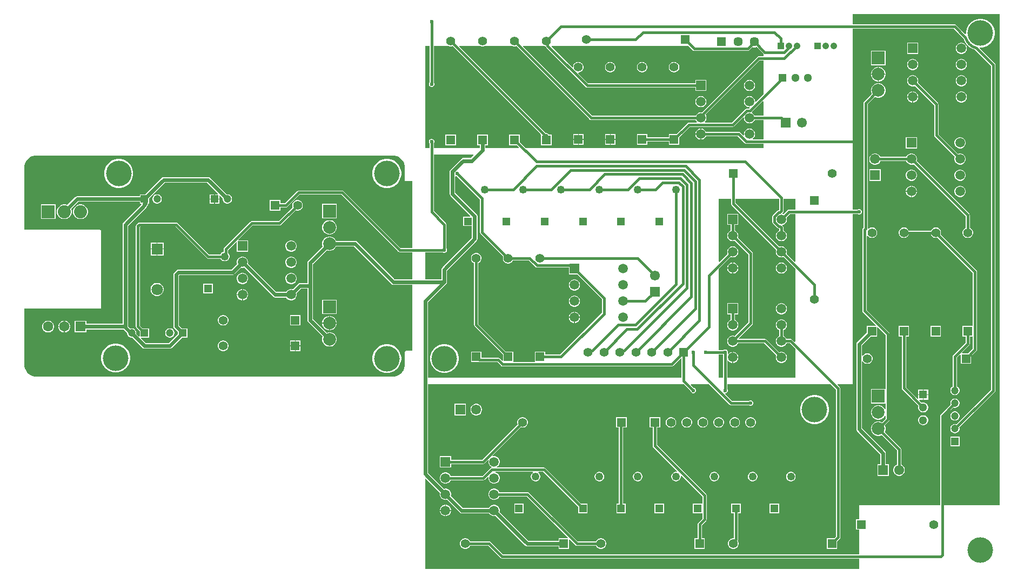
<source format=gbl>
G04*
G04 #@! TF.GenerationSoftware,Altium Limited,Altium Designer,23.5.1 (21)*
G04*
G04 Layer_Physical_Order=2*
G04 Layer_Color=16711680*
%FSLAX44Y44*%
%MOMM*%
G71*
G04*
G04 #@! TF.SameCoordinates,CC7C8F1B-8EDA-4CA8-81C5-A987C7989BB4*
G04*
G04*
G04 #@! TF.FilePolarity,Positive*
G04*
G01*
G75*
%ADD12C,0.6000*%
%ADD15C,1.4000*%
%ADD16R,1.4000X1.4000*%
%ADD17C,2.0500*%
%ADD18R,2.0500X2.0500*%
%ADD21R,1.2500X1.2500*%
%ADD22C,1.2500*%
%ADD23C,1.4500*%
%ADD24R,1.4500X1.4500*%
%ADD25C,4.0000*%
%ADD26R,1.4000X1.4000*%
%ADD27R,1.5500X1.5500*%
%ADD28C,1.5500*%
%ADD31C,1.2000*%
%ADD32R,1.2000X1.2000*%
%ADD33R,1.5500X1.5500*%
%ADD34C,2.0000*%
%ADD35R,2.0000X2.0000*%
%ADD38C,1.3000*%
%ADD39R,1.3000X1.3000*%
%ADD40R,1.3000X1.3000*%
%ADD41R,1.2000X1.2000*%
%ADD47C,0.4000*%
%ADD48C,1.8000*%
%ADD49R,1.8000X1.8000*%
%ADD50R,1.0500X1.0500*%
%ADD51C,1.0500*%
%ADD52R,1.5000X1.5000*%
%ADD53C,1.5000*%
%ADD54R,1.6000X1.6000*%
%ADD55C,1.6000*%
%ADD56C,0.6000*%
G36*
X1116808Y1259594D02*
X1118911Y1259030D01*
X1121089D01*
X1123034Y1259551D01*
X1237643Y1144942D01*
X1238724Y1144220D01*
X1240000Y1143966D01*
X1403714D01*
X1403728Y1143915D01*
X1404882Y1141915D01*
X1405663Y1141134D01*
X1405137Y1139864D01*
X1393030D01*
X1391754Y1139610D01*
X1390672Y1138887D01*
X1373555Y1121770D01*
X1361730D01*
Y1116834D01*
X1328270D01*
Y1121770D01*
X1311730D01*
Y1105230D01*
X1328270D01*
Y1110166D01*
X1361730D01*
Y1105230D01*
X1378270D01*
Y1117055D01*
X1394411Y1133196D01*
X1462099D01*
X1463375Y1133450D01*
X1464456Y1134173D01*
X1478060Y1147776D01*
X1479330Y1147250D01*
Y1146145D01*
X1479928Y1143915D01*
X1481082Y1141915D01*
X1482715Y1140282D01*
X1484715Y1139128D01*
X1486945Y1138530D01*
X1489255D01*
X1491485Y1139128D01*
X1493485Y1140282D01*
X1495118Y1141915D01*
X1496272Y1143915D01*
X1496286Y1143966D01*
X1510000D01*
Y1113234D01*
X1493170D01*
X1492830Y1114504D01*
X1493485Y1114882D01*
X1495118Y1116515D01*
X1496272Y1118515D01*
X1496870Y1120745D01*
Y1123055D01*
X1496272Y1125285D01*
X1495118Y1127285D01*
X1493485Y1128918D01*
X1491485Y1130072D01*
X1489255Y1130670D01*
X1486945D01*
X1484715Y1130072D01*
X1482715Y1128918D01*
X1481082Y1127285D01*
X1479928Y1125285D01*
X1479330Y1123055D01*
Y1120745D01*
X1479526Y1120015D01*
X1478387Y1119357D01*
X1473487Y1124258D01*
X1472405Y1124980D01*
X1471129Y1125234D01*
X1420086D01*
X1420072Y1125285D01*
X1418918Y1127285D01*
X1417285Y1128918D01*
X1415285Y1130072D01*
X1413055Y1130670D01*
X1412535D01*
Y1121900D01*
Y1113130D01*
X1413055D01*
X1415285Y1113728D01*
X1417285Y1114882D01*
X1418918Y1116515D01*
X1420072Y1118515D01*
X1420086Y1118566D01*
X1469748D01*
X1480772Y1107542D01*
X1481854Y1106820D01*
X1483129Y1106566D01*
X1510000D01*
Y1100000D01*
X1137415D01*
X1128270Y1109145D01*
Y1120970D01*
X1111730D01*
Y1104430D01*
X1123555D01*
X1126812Y1101173D01*
X1126326Y1100000D01*
X1074354D01*
Y1104430D01*
X1078270D01*
Y1120970D01*
X1061730D01*
Y1104430D01*
X1065646D01*
Y1100000D01*
X993334D01*
Y1107295D01*
X993620Y1107581D01*
X994270Y1109151D01*
Y1110849D01*
X993620Y1112419D01*
X992419Y1113620D01*
X990849Y1114270D01*
X989151D01*
X987581Y1113620D01*
X986380Y1112419D01*
X985730Y1110849D01*
Y1109151D01*
X986380Y1107581D01*
X986666Y1107295D01*
Y1100000D01*
X980000D01*
Y1260000D01*
X986666D01*
Y1202705D01*
X986380Y1202419D01*
X985730Y1200849D01*
Y1199151D01*
X986380Y1197581D01*
X987581Y1196380D01*
X989151Y1195730D01*
X990849D01*
X992419Y1196380D01*
X993620Y1197581D01*
X994270Y1199151D01*
Y1200849D01*
X993620Y1202419D01*
X993334Y1202705D01*
Y1260000D01*
X1016104D01*
X1016808Y1259594D01*
X1018911Y1259030D01*
X1021089D01*
X1023034Y1259551D01*
X1161730Y1120855D01*
Y1104430D01*
X1178270D01*
Y1120970D01*
X1173141D01*
X1173080Y1121276D01*
X1172357Y1122357D01*
X1171276Y1123080D01*
X1170000Y1123334D01*
X1168681D01*
X1033188Y1258827D01*
X1033674Y1260000D01*
X1066104D01*
X1066808Y1259594D01*
X1068911Y1259030D01*
X1071089D01*
X1073192Y1259594D01*
X1073896Y1260000D01*
X1116104D01*
X1116808Y1259594D01*
D02*
G37*
G36*
X1399263Y1253323D02*
X1400344Y1252600D01*
X1401620Y1252346D01*
X1485480D01*
X1486756Y1252600D01*
X1487838Y1253323D01*
X1492762Y1258247D01*
X1494878Y1257680D01*
X1497122D01*
X1499238Y1258247D01*
X1509843Y1247643D01*
X1510000Y1247537D01*
Y1243334D01*
X1502176D01*
X1500900Y1243080D01*
X1499818Y1242358D01*
X1413430Y1155969D01*
X1413055Y1156070D01*
X1410745D01*
X1408515Y1155472D01*
X1406515Y1154318D01*
X1404882Y1152685D01*
X1403728Y1150685D01*
X1403714Y1150634D01*
X1241381D01*
X1133188Y1258827D01*
X1133674Y1260000D01*
X1166104D01*
X1166808Y1259594D01*
X1168778Y1259066D01*
X1168833Y1258787D01*
X1169556Y1257705D01*
X1231518Y1195742D01*
X1232600Y1195020D01*
X1233876Y1194766D01*
X1403130D01*
Y1189330D01*
X1420670D01*
Y1206870D01*
X1403130D01*
Y1201434D01*
X1235257D01*
X1219731Y1216960D01*
X1220257Y1218230D01*
X1221089D01*
X1223192Y1218794D01*
X1225078Y1219882D01*
X1226618Y1221422D01*
X1227706Y1223308D01*
X1228270Y1225411D01*
Y1227589D01*
X1227706Y1229692D01*
X1226618Y1231578D01*
X1225078Y1233118D01*
X1223192Y1234206D01*
X1221089Y1234770D01*
X1218911D01*
X1216808Y1234206D01*
X1214922Y1233118D01*
X1213382Y1231578D01*
X1212294Y1229692D01*
X1211730Y1227589D01*
Y1226757D01*
X1210460Y1226231D01*
X1177864Y1258827D01*
X1178350Y1260000D01*
X1392585D01*
X1399263Y1253323D01*
D02*
G37*
G36*
X1510000Y1184084D02*
X1498140Y1172224D01*
X1496870Y1172750D01*
Y1173855D01*
X1496272Y1176085D01*
X1495118Y1178085D01*
X1493485Y1179718D01*
X1491485Y1180872D01*
X1489255Y1181470D01*
X1486945D01*
X1484715Y1180872D01*
X1482715Y1179718D01*
X1481082Y1178085D01*
X1479928Y1176085D01*
X1479330Y1173855D01*
Y1171545D01*
X1479928Y1169315D01*
X1481082Y1167315D01*
X1482715Y1165682D01*
X1484715Y1164528D01*
X1486945Y1163930D01*
X1488050D01*
X1488576Y1162660D01*
X1487320Y1161404D01*
X1483639D01*
X1482363Y1161150D01*
X1481281Y1160427D01*
X1460718Y1139864D01*
X1418663D01*
X1418137Y1141134D01*
X1418918Y1141915D01*
X1420072Y1143915D01*
X1420670Y1146145D01*
Y1148455D01*
X1420072Y1150685D01*
X1419158Y1152268D01*
X1503557Y1236666D01*
X1510000D01*
Y1184084D01*
D02*
G37*
G36*
Y1172995D02*
Y1150634D01*
X1496286D01*
X1496272Y1150685D01*
X1495118Y1152685D01*
X1493485Y1154318D01*
X1492201Y1155059D01*
X1491942Y1156593D01*
X1491945Y1156599D01*
X1508827Y1173481D01*
X1510000Y1172995D01*
D02*
G37*
G36*
X935239Y1087271D02*
X938508Y1085917D01*
X941450Y1083952D01*
X943952Y1081450D01*
X945917Y1078508D01*
X947271Y1075239D01*
X947961Y1071769D01*
X947961Y1070000D01*
X947961Y1070000D01*
X947961Y1070000D01*
X947961Y1050000D01*
X948116Y1049220D01*
X948558Y1048558D01*
X949220Y1048116D01*
X950000Y1047961D01*
X960000D01*
Y943334D01*
X941381D01*
X852357Y1032357D01*
X851276Y1033080D01*
X850000Y1033334D01*
X781632D01*
X780356Y1033080D01*
X779274Y1032357D01*
X760251Y1013334D01*
X753270D01*
Y1018270D01*
X736730D01*
Y1001730D01*
X753270D01*
Y1006666D01*
X761632D01*
X762908Y1006920D01*
X763989Y1007643D01*
X783013Y1026666D01*
X848619D01*
X937643Y937643D01*
X938724Y936920D01*
X940000Y936666D01*
X960000D01*
Y894354D01*
X931803D01*
X873079Y953079D01*
X871666Y954022D01*
X870000Y954354D01*
X840500D01*
X839018Y956920D01*
X836920Y959018D01*
X834350Y960502D01*
X831484Y961270D01*
X828516D01*
X825650Y960502D01*
X823080Y959018D01*
X820982Y956920D01*
X819498Y954350D01*
X818730Y951484D01*
Y948516D01*
X819497Y945654D01*
X796921Y923079D01*
X795978Y921666D01*
X795646Y920000D01*
Y888237D01*
X783883D01*
X782217Y887906D01*
X780805Y886962D01*
X772305Y878462D01*
X771155Y878770D01*
X768845D01*
X766615Y878172D01*
X764615Y877018D01*
X762982Y875385D01*
X762387Y874354D01*
X746403D01*
X702262Y918495D01*
X702570Y919645D01*
Y921955D01*
X701972Y924185D01*
X700818Y926185D01*
X699185Y927818D01*
X697185Y928972D01*
X694955Y929570D01*
X692645D01*
X690415Y928972D01*
X688415Y927818D01*
X686782Y926185D01*
X685628Y924185D01*
X685030Y921955D01*
Y919645D01*
X685338Y918495D01*
X676547Y909704D01*
X593515D01*
X591849Y909372D01*
X590436Y908428D01*
X586922Y904914D01*
X585978Y903501D01*
X585646Y901835D01*
Y820000D01*
X585978Y818334D01*
X586922Y816921D01*
X592730Y811113D01*
Y808887D01*
X578197Y794354D01*
X541803D01*
X534600Y801557D01*
X535086Y802730D01*
X547270D01*
Y817270D01*
X537445D01*
X533334Y821381D01*
Y976276D01*
X533724Y976666D01*
X588619D01*
X637643Y927643D01*
X638724Y926920D01*
X640000Y926666D01*
X659242D01*
X659983Y925383D01*
X661383Y923982D01*
X663097Y922992D01*
X665010Y922480D01*
X666990D01*
X668903Y922992D01*
X670617Y923982D01*
X672018Y925383D01*
X673008Y927097D01*
X673520Y929010D01*
Y930990D01*
X673008Y932903D01*
X672018Y934617D01*
X670960Y935675D01*
Y940009D01*
X683857Y952906D01*
X685030Y952420D01*
Y937430D01*
X702570D01*
Y954970D01*
X687580D01*
X687094Y956143D01*
X709442Y978491D01*
X751825D01*
X753101Y978745D01*
X754183Y979468D01*
X776966Y1002251D01*
X778911Y1001730D01*
X781089D01*
X783192Y1002294D01*
X785078Y1003382D01*
X786618Y1004922D01*
X787706Y1006808D01*
X788270Y1008911D01*
Y1011089D01*
X787706Y1013192D01*
X786618Y1015078D01*
X785078Y1016618D01*
X783192Y1017706D01*
X781089Y1018270D01*
X778911D01*
X776808Y1017706D01*
X774922Y1016618D01*
X773382Y1015078D01*
X772294Y1013192D01*
X771730Y1011089D01*
Y1008911D01*
X772251Y1006966D01*
X750444Y985159D01*
X708061D01*
X706785Y984905D01*
X705704Y984183D01*
X665269Y943748D01*
X664546Y942666D01*
X664292Y941390D01*
Y937328D01*
X663097Y937008D01*
X661383Y936018D01*
X659983Y934617D01*
X659242Y933334D01*
X641381D01*
X592358Y982357D01*
X591276Y983080D01*
X590000Y983334D01*
X532343D01*
X531067Y983080D01*
X529986Y982357D01*
X527643Y980014D01*
X526920Y978933D01*
X526666Y977657D01*
Y820000D01*
X526920Y818724D01*
X527643Y817643D01*
X532730Y812555D01*
Y805086D01*
X531557Y804600D01*
X527237Y808920D01*
X527270Y809043D01*
Y810957D01*
X526774Y812806D01*
X525817Y814464D01*
X524464Y815817D01*
X522806Y816775D01*
X520957Y817270D01*
X519043D01*
X517963Y816981D01*
X514354Y820590D01*
Y978197D01*
X543078Y1006921D01*
X544022Y1008334D01*
X544149Y1008972D01*
X544579Y1009259D01*
X545522Y1010671D01*
X545854Y1012337D01*
Y1012730D01*
X547270D01*
Y1021113D01*
X571803Y1045646D01*
X638197D01*
X655400Y1028443D01*
X654914Y1027270D01*
X650635D01*
Y1020635D01*
X657270D01*
Y1024914D01*
X658443Y1025400D01*
X662763Y1021080D01*
X662730Y1020957D01*
Y1019043D01*
X663225Y1017194D01*
X664183Y1015536D01*
X665536Y1014183D01*
X667194Y1013225D01*
X669043Y1012730D01*
X670957D01*
X672806Y1013225D01*
X674464Y1014183D01*
X675817Y1015536D01*
X676775Y1017194D01*
X677270Y1019043D01*
Y1020957D01*
X676775Y1022806D01*
X675817Y1024464D01*
X674464Y1025817D01*
X672806Y1026775D01*
X670957Y1027270D01*
X669043D01*
X668920Y1027237D01*
X643079Y1053079D01*
X641666Y1054022D01*
X640000Y1054354D01*
X570000D01*
X568334Y1054022D01*
X566922Y1053079D01*
X541113Y1027270D01*
X532730D01*
Y1024354D01*
X434650D01*
X432984Y1024022D01*
X431572Y1023079D01*
X419180Y1010687D01*
X419097Y1010735D01*
X416167Y1011520D01*
X413133D01*
X410204Y1010735D01*
X407577Y1009218D01*
X405432Y1007073D01*
X403915Y1004447D01*
X403130Y1001517D01*
Y998483D01*
X403915Y995554D01*
X405432Y992927D01*
X407577Y990782D01*
X410204Y989265D01*
X413133Y988480D01*
X416167D01*
X419097Y989265D01*
X421724Y990782D01*
X423868Y992927D01*
X425385Y995554D01*
X426170Y998483D01*
Y1001517D01*
X425385Y1004447D01*
X425337Y1004530D01*
X436453Y1015646D01*
X532730D01*
Y1012730D01*
X534818D01*
X535303Y1011460D01*
X506922Y983079D01*
X505978Y981666D01*
X505646Y980000D01*
Y824354D01*
X449270D01*
Y829270D01*
X430730D01*
Y810730D01*
X449270D01*
Y815646D01*
X506983D01*
X512730Y809900D01*
Y809043D01*
X513225Y807194D01*
X514183Y805536D01*
X515536Y804183D01*
X517194Y803225D01*
X519043Y802730D01*
X520957D01*
X521080Y802763D01*
X536922Y786921D01*
X538334Y785978D01*
X540000Y785646D01*
X580000D01*
X581666Y785978D01*
X583078Y786921D01*
X598887Y802730D01*
X607270D01*
Y817270D01*
X598887D01*
X594354Y821803D01*
Y900032D01*
X595318Y900996D01*
X678350D01*
X680016Y901328D01*
X681429Y902271D01*
X691495Y912338D01*
X692645Y912030D01*
X694955D01*
X696105Y912338D01*
X741522Y866921D01*
X742934Y865978D01*
X744600Y865646D01*
X762387D01*
X762982Y864615D01*
X764615Y862982D01*
X766615Y861828D01*
X768845Y861230D01*
X771155D01*
X773385Y861828D01*
X775385Y862982D01*
X777018Y864615D01*
X778172Y866615D01*
X778770Y868845D01*
Y871155D01*
X778462Y872305D01*
X785687Y879530D01*
X795646D01*
Y830000D01*
X795978Y828334D01*
X796921Y826921D01*
X819497Y804346D01*
X818730Y801484D01*
Y798516D01*
X819498Y795650D01*
X820982Y793080D01*
X823080Y790982D01*
X825650Y789498D01*
X828516Y788730D01*
X831484D01*
X834350Y789498D01*
X836920Y790982D01*
X839018Y793080D01*
X840502Y795650D01*
X841270Y798516D01*
Y801484D01*
X840502Y804350D01*
X839018Y806920D01*
X836920Y809018D01*
X834350Y810502D01*
X831484Y811270D01*
X828516D01*
X825654Y810503D01*
X804354Y831803D01*
Y883883D01*
Y918197D01*
X825654Y939497D01*
X828516Y938730D01*
X831484D01*
X834350Y939498D01*
X836920Y940982D01*
X839018Y943080D01*
X840500Y945646D01*
X868197D01*
X926921Y886921D01*
X928334Y885978D01*
X930000Y885646D01*
X960000D01*
Y782039D01*
X950000D01*
X949220Y781884D01*
X948558Y781442D01*
X948116Y780780D01*
X947961Y780000D01*
Y760000D01*
X947961Y758231D01*
X947271Y754761D01*
X945917Y751492D01*
X943951Y748550D01*
X941450Y746049D01*
X938508Y744083D01*
X935239Y742729D01*
X931769Y742039D01*
X930000Y742039D01*
X370000Y742039D01*
X368231Y742039D01*
X364761Y742729D01*
X361492Y744083D01*
X358550Y746049D01*
X356049Y748550D01*
X354083Y751492D01*
X352729Y754761D01*
X352039Y758231D01*
X352039Y760000D01*
X352039Y847961D01*
X470000D01*
X470780Y848116D01*
X471442Y848558D01*
X471884Y849220D01*
X472039Y850000D01*
Y970000D01*
X471884Y970780D01*
X471442Y971442D01*
X470780Y971884D01*
X470000Y972039D01*
X352039D01*
X352039Y1070000D01*
X352039Y1071769D01*
X352729Y1075239D01*
X354083Y1078508D01*
X356049Y1081449D01*
X358550Y1083951D01*
X361492Y1085917D01*
X364761Y1087271D01*
X368231Y1087961D01*
X370000Y1087961D01*
X930000Y1087961D01*
X930000Y1087961D01*
X930000Y1087961D01*
X931769Y1087961D01*
X935239Y1087271D01*
D02*
G37*
G36*
X1560000Y1003334D02*
X1550000D01*
X1548724Y1003080D01*
X1547643Y1002357D01*
X1541531Y996246D01*
X1541485Y996272D01*
X1540054Y996656D01*
X1539674Y998072D01*
X1540457Y998856D01*
X1541180Y999937D01*
X1541434Y1001213D01*
Y1020000D01*
X1560000D01*
Y1003334D01*
D02*
G37*
G36*
X1055970Y1088827D02*
X1051352Y1084209D01*
X1039574D01*
X1037908Y1083878D01*
X1036496Y1082934D01*
X1019651Y1066090D01*
X1018708Y1064677D01*
X1018376Y1063011D01*
Y1027809D01*
X1018708Y1026143D01*
X1019651Y1024730D01*
X1050688Y993693D01*
X1050202Y992520D01*
X1039480D01*
Y977480D01*
X1053166D01*
Y959042D01*
X1006921Y912797D01*
X1005978Y911385D01*
X1005646Y909719D01*
Y894354D01*
X980000D01*
Y936666D01*
X1007295D01*
X1007581Y936380D01*
X1009151Y935730D01*
X1010849D01*
X1012419Y936380D01*
X1013620Y937581D01*
X1014270Y939151D01*
Y940849D01*
X1013620Y942419D01*
X1013334Y942705D01*
Y980000D01*
X1013080Y981276D01*
X1012358Y982357D01*
X993334Y1001381D01*
Y1090000D01*
X1055484D01*
X1055970Y1088827D01*
D02*
G37*
G36*
X1459366Y1012700D02*
X1459620Y1011424D01*
X1460343Y1010342D01*
X1529954Y940731D01*
X1529928Y940685D01*
X1529330Y938455D01*
Y936145D01*
X1529928Y933915D01*
X1531082Y931915D01*
X1532715Y930282D01*
X1534715Y929128D01*
X1536945Y928530D01*
X1539255D01*
X1541485Y929128D01*
X1541531Y929154D01*
X1560000Y910685D01*
Y796374D01*
X1558827Y795888D01*
X1555058Y799658D01*
X1553976Y800380D01*
X1552700Y800634D01*
X1546286D01*
X1546272Y800685D01*
X1545118Y802685D01*
X1543485Y804318D01*
X1541485Y805472D01*
X1541434Y805486D01*
Y814514D01*
X1541485Y814528D01*
X1543485Y815682D01*
X1545118Y817315D01*
X1546272Y819315D01*
X1546870Y821545D01*
Y823855D01*
X1546272Y826085D01*
X1545118Y828085D01*
X1543485Y829718D01*
X1541485Y830872D01*
X1539255Y831470D01*
X1536945D01*
X1534715Y830872D01*
X1532715Y829718D01*
X1531082Y828085D01*
X1529928Y826085D01*
X1529330Y823855D01*
Y821545D01*
X1529928Y819315D01*
X1531082Y817315D01*
X1532715Y815682D01*
X1534715Y814528D01*
X1534766Y814514D01*
Y805486D01*
X1534715Y805472D01*
X1532715Y804318D01*
X1531082Y802685D01*
X1529928Y800685D01*
X1529330Y798455D01*
Y796145D01*
X1529928Y793915D01*
X1531082Y791915D01*
X1532715Y790282D01*
X1534715Y789128D01*
X1536945Y788530D01*
X1539255D01*
X1541485Y789128D01*
X1543485Y790282D01*
X1545118Y791915D01*
X1546272Y793915D01*
X1546286Y793966D01*
X1551319D01*
X1560000Y785285D01*
Y740000D01*
X1453334D01*
Y749950D01*
X1453234Y750453D01*
Y766830D01*
X1454504Y767170D01*
X1454882Y766515D01*
X1456515Y764882D01*
X1458515Y763728D01*
X1460745Y763130D01*
X1461265D01*
Y771900D01*
Y780670D01*
X1460745D01*
X1458515Y780072D01*
X1456515Y778918D01*
X1454882Y777285D01*
X1454845Y777221D01*
X1453704Y777784D01*
X1454270Y779151D01*
Y780849D01*
X1453620Y782419D01*
X1452419Y783620D01*
X1450849Y784270D01*
X1449151D01*
X1447581Y783620D01*
X1447295Y783334D01*
X1440000D01*
Y910685D01*
X1458469Y929154D01*
X1458515Y929128D01*
X1460745Y928530D01*
X1463055D01*
X1465285Y929128D01*
X1467285Y930282D01*
X1468918Y931915D01*
X1470072Y933915D01*
X1470670Y936145D01*
Y938455D01*
X1470072Y940685D01*
X1468918Y942685D01*
X1467285Y944318D01*
X1465285Y945472D01*
X1463055Y946070D01*
X1460745D01*
X1458515Y945472D01*
X1456515Y944318D01*
X1454882Y942685D01*
X1453728Y940685D01*
X1453130Y938455D01*
Y936145D01*
X1453728Y933915D01*
X1453754Y933869D01*
X1441173Y921288D01*
X1440000Y921774D01*
Y1020000D01*
X1459366D01*
Y1012700D01*
D02*
G37*
G36*
X1534766Y1002594D02*
X1534376Y1002204D01*
X1533639D01*
X1532363Y1001950D01*
X1531281Y1001228D01*
X1524973Y994919D01*
X1524250Y993837D01*
X1523996Y992561D01*
Y983639D01*
X1524250Y982363D01*
X1524973Y981281D01*
X1531281Y974972D01*
X1532363Y974250D01*
X1533639Y973996D01*
X1534376D01*
X1534766Y973606D01*
Y970886D01*
X1534715Y970872D01*
X1532715Y969718D01*
X1531082Y968085D01*
X1529928Y966085D01*
X1529330Y963855D01*
Y961545D01*
X1529928Y959315D01*
X1531082Y957315D01*
X1532715Y955682D01*
X1534715Y954528D01*
X1536945Y953930D01*
X1539255D01*
X1541485Y954528D01*
X1543485Y955682D01*
X1545118Y957315D01*
X1546272Y959315D01*
X1546870Y961545D01*
Y963855D01*
X1546272Y966085D01*
X1545118Y968085D01*
X1543485Y969718D01*
X1541485Y970872D01*
X1541434Y970886D01*
Y974987D01*
X1541180Y976263D01*
X1540457Y977344D01*
X1539674Y978128D01*
X1540054Y979544D01*
X1541485Y979928D01*
X1543485Y981082D01*
X1545118Y982715D01*
X1546272Y984715D01*
X1546870Y986945D01*
Y989255D01*
X1546272Y991485D01*
X1546246Y991531D01*
X1551381Y996666D01*
X1560000D01*
Y921774D01*
X1558827Y921288D01*
X1546246Y933869D01*
X1546272Y933915D01*
X1546870Y936145D01*
Y938455D01*
X1546272Y940685D01*
X1545118Y942685D01*
X1543485Y944318D01*
X1541485Y945472D01*
X1539255Y946070D01*
X1536945D01*
X1534715Y945472D01*
X1534669Y945446D01*
X1466034Y1014081D01*
Y1020000D01*
X1534766D01*
Y1002594D01*
D02*
G37*
G36*
X1029151Y1055730D02*
X1029555D01*
X1065901Y1019384D01*
Y968065D01*
X1066154Y966789D01*
X1066877Y965708D01*
X1102251Y930334D01*
X1101730Y928389D01*
Y926211D01*
X1102294Y924108D01*
X1103382Y922222D01*
X1104922Y920682D01*
X1106808Y919594D01*
X1108911Y919030D01*
X1111089D01*
X1113192Y919594D01*
X1115078Y920682D01*
X1116618Y922222D01*
X1117624Y923966D01*
X1142356D01*
X1152879Y913443D01*
X1153961Y912720D01*
X1155237Y912466D01*
X1205030D01*
Y902030D01*
X1217855D01*
X1256666Y863219D01*
Y841381D01*
X1191319Y776034D01*
X1168270D01*
Y780970D01*
X1151730D01*
Y764534D01*
X1118270D01*
Y780970D01*
X1106445D01*
X1063334Y824081D01*
Y919676D01*
X1065078Y920682D01*
X1066618Y922222D01*
X1067706Y924108D01*
X1068270Y926211D01*
Y928389D01*
X1067706Y930492D01*
X1066618Y932378D01*
X1065078Y933918D01*
X1063192Y935006D01*
X1061089Y935570D01*
X1058911D01*
X1056808Y935006D01*
X1054922Y933918D01*
X1053382Y932378D01*
X1052294Y930492D01*
X1051730Y928389D01*
Y926211D01*
X1052294Y924108D01*
X1053382Y922222D01*
X1054922Y920682D01*
X1056666Y919676D01*
Y822700D01*
X1056920Y821424D01*
X1057643Y820342D01*
X1101730Y776255D01*
Y766980D01*
X1100557Y766494D01*
X1096994Y770058D01*
X1095912Y770780D01*
X1094636Y771034D01*
X1068270D01*
Y780970D01*
X1051730D01*
Y764430D01*
X1064678D01*
X1065000Y764366D01*
X1093255D01*
X1098779Y758842D01*
X1099860Y758120D01*
X1101136Y757866D01*
X1366200D01*
X1367476Y758120D01*
X1368557Y758842D01*
X1380396Y770681D01*
X1381666Y770155D01*
Y740000D01*
X984354D01*
Y858197D01*
X1013079Y886921D01*
X1013317Y887278D01*
X1013620Y887581D01*
X1013784Y887977D01*
X1014022Y888334D01*
X1014106Y888755D01*
X1014270Y889151D01*
Y889579D01*
X1014354Y890000D01*
Y907915D01*
X1060599Y954160D01*
X1061542Y955573D01*
X1061874Y957239D01*
Y993019D01*
X1061542Y994685D01*
X1060599Y996097D01*
X1027084Y1029612D01*
Y1055218D01*
X1028354Y1056060D01*
X1029151Y1055730D01*
D02*
G37*
G36*
X1446566Y750050D02*
X1446666Y749547D01*
Y740000D01*
X1440000D01*
Y776666D01*
X1446566D01*
Y750050D01*
D02*
G37*
G36*
X1880000Y540000D02*
X1793334D01*
Y678619D01*
X1807783Y693068D01*
X1809043Y692730D01*
X1810957D01*
X1812806Y693225D01*
X1814464Y694183D01*
X1815818Y695536D01*
X1816775Y697194D01*
X1817270Y699043D01*
Y700957D01*
X1816775Y702806D01*
X1815818Y704464D01*
X1814464Y705817D01*
X1812806Y706775D01*
X1810957Y707270D01*
X1809043D01*
X1807194Y706775D01*
X1805536Y705817D01*
X1804183Y704464D01*
X1803226Y702806D01*
X1802730Y700957D01*
Y699043D01*
X1803068Y697783D01*
X1787643Y682357D01*
X1786920Y681276D01*
X1786666Y680000D01*
Y540000D01*
X1660000D01*
Y518270D01*
X1655230D01*
Y501730D01*
X1660000D01*
Y463334D01*
X1101381D01*
X1082357Y482357D01*
X1081276Y483080D01*
X1080000Y483334D01*
X1050324D01*
X1049318Y485078D01*
X1047778Y486618D01*
X1045892Y487706D01*
X1043789Y488270D01*
X1041611D01*
X1039508Y487706D01*
X1037622Y486618D01*
X1036082Y485078D01*
X1034994Y483192D01*
X1034430Y481089D01*
Y478911D01*
X1034994Y476808D01*
X1036082Y474922D01*
X1037622Y473382D01*
X1039508Y472294D01*
X1041611Y471730D01*
X1043789D01*
X1045892Y472294D01*
X1047778Y473382D01*
X1049318Y474922D01*
X1050324Y476666D01*
X1078619D01*
X1097643Y457642D01*
X1098724Y456920D01*
X1100000Y456666D01*
X1660000D01*
Y440000D01*
X980000D01*
Y581384D01*
X981173Y581870D01*
X1003438Y559605D01*
X1003130Y558455D01*
Y556145D01*
X1003728Y553915D01*
X1004882Y551915D01*
X1006515Y550282D01*
X1008515Y549128D01*
X1010745Y548530D01*
X1013055D01*
X1014205Y548838D01*
X1034221Y528821D01*
X1035634Y527878D01*
X1037300Y527546D01*
X1080487D01*
X1081082Y526515D01*
X1082715Y524882D01*
X1084715Y523728D01*
X1086945Y523130D01*
X1089255D01*
X1090405Y523438D01*
X1136921Y476922D01*
X1138334Y475978D01*
X1140000Y475646D01*
X1189030D01*
Y471730D01*
X1205570D01*
Y485720D01*
X1206743Y486206D01*
X1215306Y477643D01*
X1216388Y476920D01*
X1217664Y476666D01*
X1247776D01*
X1248782Y474922D01*
X1250322Y473382D01*
X1252208Y472294D01*
X1254311Y471730D01*
X1256489D01*
X1258592Y472294D01*
X1260478Y473382D01*
X1262018Y474922D01*
X1263106Y476808D01*
X1263670Y478911D01*
Y481089D01*
X1263106Y483192D01*
X1262018Y485078D01*
X1260478Y486618D01*
X1258592Y487706D01*
X1256489Y488270D01*
X1254311D01*
X1252208Y487706D01*
X1250322Y486618D01*
X1248782Y485078D01*
X1247776Y483334D01*
X1219045D01*
X1142721Y559658D01*
X1141640Y560380D01*
X1140364Y560634D01*
X1096286D01*
X1096272Y560685D01*
X1095118Y562685D01*
X1093485Y564318D01*
X1091485Y565472D01*
X1089255Y566070D01*
X1086945D01*
X1084715Y565472D01*
X1082715Y564318D01*
X1081082Y562685D01*
X1079928Y560685D01*
X1079330Y558455D01*
Y556145D01*
X1079928Y553915D01*
X1081082Y551915D01*
X1082715Y550282D01*
X1084715Y549128D01*
X1086945Y548530D01*
X1089255D01*
X1091485Y549128D01*
X1093485Y550282D01*
X1095118Y551915D01*
X1096272Y553915D01*
X1096286Y553966D01*
X1138983D01*
X1203506Y489443D01*
X1203020Y488270D01*
X1189030D01*
Y484354D01*
X1141803D01*
X1096562Y529595D01*
X1096870Y530745D01*
Y533055D01*
X1096272Y535285D01*
X1095118Y537285D01*
X1093485Y538918D01*
X1091485Y540072D01*
X1089255Y540670D01*
X1086945D01*
X1084715Y540072D01*
X1082715Y538918D01*
X1081082Y537285D01*
X1080487Y536254D01*
X1039103D01*
X1020362Y554995D01*
X1020670Y556145D01*
Y558455D01*
X1020072Y560685D01*
X1018918Y562685D01*
X1017285Y564318D01*
X1015285Y565472D01*
X1013055Y566070D01*
X1010745D01*
X1009595Y565762D01*
X984354Y591003D01*
Y730000D01*
X1385285D01*
X1395730Y719555D01*
Y719151D01*
X1396380Y717581D01*
X1397581Y716380D01*
X1399151Y715730D01*
X1400849D01*
X1402419Y716380D01*
X1403620Y717581D01*
X1404270Y719151D01*
Y720849D01*
X1403620Y722419D01*
X1402419Y723620D01*
X1400849Y724270D01*
X1400445D01*
X1395888Y728827D01*
X1396374Y730000D01*
X1424678D01*
X1457036Y697643D01*
X1458118Y696920D01*
X1459393Y696666D01*
X1487295D01*
X1487581Y696380D01*
X1489151Y695730D01*
X1490849D01*
X1492419Y696380D01*
X1493620Y697581D01*
X1494270Y699151D01*
Y700849D01*
X1493620Y702419D01*
X1492419Y703620D01*
X1490849Y704270D01*
X1489151D01*
X1487581Y703620D01*
X1487295Y703334D01*
X1460774D01*
X1449648Y714460D01*
X1450175Y715730D01*
X1450849D01*
X1452419Y716380D01*
X1453620Y717581D01*
X1454270Y719151D01*
Y720849D01*
X1453620Y722419D01*
X1453334Y722705D01*
Y730000D01*
X1615285D01*
X1623966Y721319D01*
Y491381D01*
X1620855Y488270D01*
X1609030D01*
Y471730D01*
X1625570D01*
Y483555D01*
X1629657Y487643D01*
X1630380Y488724D01*
X1630634Y490000D01*
Y722700D01*
X1630380Y723976D01*
X1629657Y725058D01*
X1625888Y728827D01*
X1626374Y730000D01*
X1650000D01*
Y996666D01*
X1657295D01*
X1657581Y996380D01*
X1659151Y995730D01*
X1660849D01*
X1662419Y996380D01*
X1663620Y997581D01*
X1664270Y999151D01*
Y1000849D01*
X1663620Y1002419D01*
X1662419Y1003620D01*
X1660849Y1004270D01*
X1659151D01*
X1657581Y1003620D01*
X1657295Y1003334D01*
X1650000D01*
Y1286666D01*
X1808619D01*
X1823386Y1271899D01*
X1823508Y1271392D01*
X1825180Y1267354D01*
X1827464Y1263627D01*
X1830303Y1260303D01*
X1833627Y1257464D01*
X1837354Y1255180D01*
X1841392Y1253508D01*
X1841899Y1253386D01*
X1866666Y1228619D01*
Y721381D01*
X1812217Y666932D01*
X1810957Y667270D01*
X1809043D01*
X1807194Y666775D01*
X1805536Y665817D01*
X1804183Y664464D01*
X1803226Y662806D01*
X1802730Y660957D01*
Y659043D01*
X1803226Y657194D01*
X1804183Y655536D01*
X1805536Y654183D01*
X1807194Y653225D01*
X1809043Y652730D01*
X1810957D01*
X1812806Y653225D01*
X1814464Y654183D01*
X1815818Y655536D01*
X1816775Y657194D01*
X1817270Y659043D01*
Y660957D01*
X1816932Y662217D01*
X1872357Y717643D01*
X1873080Y718724D01*
X1873334Y720000D01*
Y1230000D01*
X1873080Y1231276D01*
X1872357Y1232357D01*
X1848485Y1256230D01*
X1849011Y1257500D01*
X1852216D01*
X1856563Y1258365D01*
X1860658Y1260061D01*
X1864343Y1262523D01*
X1867477Y1265657D01*
X1869939Y1269342D01*
X1871635Y1273437D01*
X1872500Y1277784D01*
Y1282216D01*
X1871635Y1286563D01*
X1869939Y1290658D01*
X1867477Y1294343D01*
X1864343Y1297477D01*
X1860658Y1299939D01*
X1856563Y1301635D01*
X1852216Y1302500D01*
X1847784D01*
X1843437Y1301635D01*
X1839342Y1299939D01*
X1835657Y1297477D01*
X1832523Y1294343D01*
X1830061Y1290658D01*
X1828365Y1286563D01*
X1827500Y1282216D01*
Y1279011D01*
X1826230Y1278485D01*
X1812357Y1292357D01*
X1811276Y1293080D01*
X1810000Y1293334D01*
X1650000D01*
Y1310000D01*
X1880000D01*
Y540000D01*
D02*
G37*
%LPC*%
G36*
X1411265Y1130670D02*
X1410745D01*
X1408515Y1130072D01*
X1406515Y1128918D01*
X1404882Y1127285D01*
X1403728Y1125285D01*
X1403130Y1123055D01*
Y1122535D01*
X1411265D01*
Y1130670D01*
D02*
G37*
G36*
X1278270Y1121770D02*
X1270635D01*
Y1114135D01*
X1278270D01*
Y1121770D01*
D02*
G37*
G36*
X1228270D02*
X1220635D01*
Y1114135D01*
X1228270D01*
Y1121770D01*
D02*
G37*
G36*
X1269365D02*
X1261730D01*
Y1114135D01*
X1269365D01*
Y1121770D01*
D02*
G37*
G36*
X1219365D02*
X1211730D01*
Y1114135D01*
X1219365D01*
Y1121770D01*
D02*
G37*
G36*
X1411265Y1121265D02*
X1403130D01*
Y1120745D01*
X1403728Y1118515D01*
X1404882Y1116515D01*
X1406515Y1114882D01*
X1408515Y1113728D01*
X1410745Y1113130D01*
X1411265D01*
Y1121265D01*
D02*
G37*
G36*
X1278270Y1112865D02*
X1270635D01*
Y1105230D01*
X1278270D01*
Y1112865D01*
D02*
G37*
G36*
X1269365D02*
X1261730D01*
Y1105230D01*
X1269365D01*
Y1112865D01*
D02*
G37*
G36*
X1228270D02*
X1220635D01*
Y1105230D01*
X1228270D01*
Y1112865D01*
D02*
G37*
G36*
X1219365D02*
X1211730D01*
Y1105230D01*
X1219365D01*
Y1112865D01*
D02*
G37*
G36*
X1028270Y1120970D02*
X1011730D01*
Y1104430D01*
X1028270D01*
Y1120970D01*
D02*
G37*
G36*
X1371089Y1234770D02*
X1368911D01*
X1366808Y1234206D01*
X1364922Y1233118D01*
X1363382Y1231578D01*
X1362294Y1229692D01*
X1361730Y1227589D01*
Y1225411D01*
X1362294Y1223308D01*
X1363382Y1221422D01*
X1364922Y1219882D01*
X1366808Y1218794D01*
X1368911Y1218230D01*
X1371089D01*
X1373192Y1218794D01*
X1375078Y1219882D01*
X1376618Y1221422D01*
X1377706Y1223308D01*
X1378270Y1225411D01*
Y1227589D01*
X1377706Y1229692D01*
X1376618Y1231578D01*
X1375078Y1233118D01*
X1373192Y1234206D01*
X1371089Y1234770D01*
D02*
G37*
G36*
X1321089D02*
X1318911D01*
X1316808Y1234206D01*
X1314922Y1233118D01*
X1313382Y1231578D01*
X1312294Y1229692D01*
X1311730Y1227589D01*
Y1225411D01*
X1312294Y1223308D01*
X1313382Y1221422D01*
X1314922Y1219882D01*
X1316808Y1218794D01*
X1318911Y1218230D01*
X1321089D01*
X1323192Y1218794D01*
X1325078Y1219882D01*
X1326618Y1221422D01*
X1327706Y1223308D01*
X1328270Y1225411D01*
Y1227589D01*
X1327706Y1229692D01*
X1326618Y1231578D01*
X1325078Y1233118D01*
X1323192Y1234206D01*
X1321089Y1234770D01*
D02*
G37*
G36*
X1271089D02*
X1268911D01*
X1266808Y1234206D01*
X1264922Y1233118D01*
X1263382Y1231578D01*
X1262294Y1229692D01*
X1261730Y1227589D01*
Y1225411D01*
X1262294Y1223308D01*
X1263382Y1221422D01*
X1264922Y1219882D01*
X1266808Y1218794D01*
X1268911Y1218230D01*
X1271089D01*
X1273192Y1218794D01*
X1275078Y1219882D01*
X1276618Y1221422D01*
X1277706Y1223308D01*
X1278270Y1225411D01*
Y1227589D01*
X1277706Y1229692D01*
X1276618Y1231578D01*
X1275078Y1233118D01*
X1273192Y1234206D01*
X1271089Y1234770D01*
D02*
G37*
G36*
X1413055Y1181470D02*
X1410745D01*
X1408515Y1180872D01*
X1406515Y1179718D01*
X1404882Y1178085D01*
X1403728Y1176085D01*
X1403130Y1173855D01*
Y1171545D01*
X1403728Y1169315D01*
X1404882Y1167315D01*
X1406515Y1165682D01*
X1408515Y1164528D01*
X1410745Y1163930D01*
X1413055D01*
X1415285Y1164528D01*
X1417285Y1165682D01*
X1418918Y1167315D01*
X1420072Y1169315D01*
X1420670Y1171545D01*
Y1173855D01*
X1420072Y1176085D01*
X1418918Y1178085D01*
X1417285Y1179718D01*
X1415285Y1180872D01*
X1413055Y1181470D01*
D02*
G37*
G36*
X1489255Y1206870D02*
X1486945D01*
X1484715Y1206272D01*
X1482715Y1205118D01*
X1481082Y1203485D01*
X1479928Y1201485D01*
X1479330Y1199255D01*
Y1196945D01*
X1479928Y1194715D01*
X1481082Y1192715D01*
X1482715Y1191082D01*
X1484715Y1189928D01*
X1486945Y1189330D01*
X1489255D01*
X1491485Y1189928D01*
X1493485Y1191082D01*
X1495118Y1192715D01*
X1496272Y1194715D01*
X1496870Y1196945D01*
Y1199255D01*
X1496272Y1201485D01*
X1495118Y1203485D01*
X1493485Y1205118D01*
X1491485Y1206272D01*
X1489255Y1206870D01*
D02*
G37*
G36*
X922216Y1082500D02*
X917784D01*
X913437Y1081635D01*
X909342Y1079939D01*
X905657Y1077477D01*
X902523Y1074343D01*
X900061Y1070658D01*
X898365Y1066563D01*
X897500Y1062216D01*
Y1057784D01*
X898365Y1053437D01*
X900061Y1049342D01*
X902523Y1045657D01*
X905657Y1042523D01*
X909342Y1040061D01*
X913437Y1038365D01*
X917784Y1037500D01*
X922216D01*
X926563Y1038365D01*
X930658Y1040061D01*
X934343Y1042523D01*
X937477Y1045657D01*
X939939Y1049342D01*
X941635Y1053437D01*
X942500Y1057784D01*
Y1062216D01*
X941635Y1066563D01*
X939939Y1070658D01*
X937477Y1074343D01*
X934343Y1077477D01*
X930658Y1079939D01*
X926563Y1081635D01*
X922216Y1082500D01*
D02*
G37*
G36*
X502216D02*
X497784D01*
X493437Y1081635D01*
X489342Y1079939D01*
X485657Y1077477D01*
X482523Y1074343D01*
X480061Y1070658D01*
X478365Y1066563D01*
X477500Y1062216D01*
Y1057784D01*
X478365Y1053437D01*
X480061Y1049342D01*
X482523Y1045657D01*
X485657Y1042523D01*
X489342Y1040061D01*
X493437Y1038365D01*
X497784Y1037500D01*
X502216D01*
X506563Y1038365D01*
X510658Y1040061D01*
X514343Y1042523D01*
X517477Y1045657D01*
X519939Y1049342D01*
X521635Y1053437D01*
X522500Y1057784D01*
Y1062216D01*
X521635Y1066563D01*
X519939Y1070658D01*
X517477Y1074343D01*
X514343Y1077477D01*
X510658Y1079939D01*
X506563Y1081635D01*
X502216Y1082500D01*
D02*
G37*
G36*
X649365Y1027270D02*
X642730D01*
Y1020635D01*
X649365D01*
Y1027270D01*
D02*
G37*
G36*
X657270Y1019365D02*
X650635D01*
Y1012730D01*
X657270D01*
Y1019365D01*
D02*
G37*
G36*
X649365D02*
X642730D01*
Y1012730D01*
X649365D01*
Y1019365D01*
D02*
G37*
G36*
X560957Y1027270D02*
X559043D01*
X557194Y1026775D01*
X555536Y1025817D01*
X554183Y1024464D01*
X553225Y1022806D01*
X552730Y1020957D01*
Y1019043D01*
X553225Y1017194D01*
X554183Y1015536D01*
X555536Y1014183D01*
X557194Y1013225D01*
X559043Y1012730D01*
X560957D01*
X562806Y1013225D01*
X564464Y1014183D01*
X565817Y1015536D01*
X566775Y1017194D01*
X567270Y1019043D01*
Y1020957D01*
X566775Y1022806D01*
X565817Y1024464D01*
X564464Y1025817D01*
X562806Y1026775D01*
X560957Y1027270D01*
D02*
G37*
G36*
X841270Y1012270D02*
X818730D01*
Y989730D01*
X841270D01*
Y1012270D01*
D02*
G37*
G36*
X441517Y1011520D02*
X438483D01*
X435554Y1010735D01*
X432927Y1009218D01*
X430782Y1007073D01*
X429265Y1004447D01*
X428480Y1001517D01*
Y998483D01*
X429265Y995554D01*
X430782Y992927D01*
X432927Y990782D01*
X435554Y989265D01*
X438483Y988480D01*
X441517D01*
X444447Y989265D01*
X447074Y990782D01*
X449218Y992927D01*
X450735Y995554D01*
X451520Y998483D01*
Y1001517D01*
X450735Y1004447D01*
X449218Y1007073D01*
X447074Y1009218D01*
X444447Y1010735D01*
X441517Y1011520D01*
D02*
G37*
G36*
X400820D02*
X377780D01*
Y988480D01*
X400820D01*
Y1011520D01*
D02*
G37*
G36*
X831484Y986770D02*
X828516D01*
X825650Y986002D01*
X823080Y984518D01*
X820982Y982420D01*
X819498Y979850D01*
X818730Y976984D01*
Y974016D01*
X819498Y971150D01*
X820982Y968580D01*
X823080Y966482D01*
X825650Y964998D01*
X828516Y964230D01*
X831484D01*
X834350Y964998D01*
X836920Y966482D01*
X839018Y968580D01*
X840502Y971150D01*
X841270Y974016D01*
Y976984D01*
X840502Y979850D01*
X839018Y982420D01*
X836920Y984518D01*
X834350Y986002D01*
X831484Y986770D01*
D02*
G37*
G36*
X570270Y952020D02*
X560635D01*
Y942385D01*
X570270D01*
Y952020D01*
D02*
G37*
G36*
X559365D02*
X549730D01*
Y942385D01*
X559365D01*
Y952020D01*
D02*
G37*
G36*
X771155Y954970D02*
X768845D01*
X766615Y954372D01*
X764615Y953218D01*
X762982Y951585D01*
X761828Y949585D01*
X761230Y947355D01*
Y945045D01*
X761828Y942815D01*
X762982Y940815D01*
X764615Y939182D01*
X766615Y938028D01*
X768845Y937430D01*
X771155D01*
X773385Y938028D01*
X775385Y939182D01*
X777018Y940815D01*
X778172Y942815D01*
X778770Y945045D01*
Y947355D01*
X778172Y949585D01*
X777018Y951585D01*
X775385Y953218D01*
X773385Y954372D01*
X771155Y954970D01*
D02*
G37*
G36*
X570270Y941115D02*
X560635D01*
Y931480D01*
X570270D01*
Y941115D01*
D02*
G37*
G36*
X559365D02*
X549730D01*
Y931480D01*
X559365D01*
Y941115D01*
D02*
G37*
G36*
X771155Y929570D02*
X768845D01*
X766615Y928972D01*
X764615Y927818D01*
X762982Y926185D01*
X761828Y924185D01*
X761230Y921955D01*
Y919645D01*
X761828Y917415D01*
X762982Y915415D01*
X764615Y913782D01*
X766615Y912628D01*
X768845Y912030D01*
X771155D01*
X773385Y912628D01*
X775385Y913782D01*
X777018Y915415D01*
X778172Y917415D01*
X778770Y919645D01*
Y921955D01*
X778172Y924185D01*
X777018Y926185D01*
X775385Y927818D01*
X773385Y928972D01*
X771155Y929570D01*
D02*
G37*
G36*
Y904170D02*
X768845D01*
X766615Y903572D01*
X764615Y902418D01*
X762982Y900785D01*
X761828Y898785D01*
X761230Y896555D01*
Y894245D01*
X761828Y892015D01*
X762982Y890015D01*
X764615Y888382D01*
X766615Y887228D01*
X768845Y886630D01*
X771155D01*
X773385Y887228D01*
X775385Y888382D01*
X777018Y890015D01*
X778172Y892015D01*
X778770Y894245D01*
Y896555D01*
X778172Y898785D01*
X777018Y900785D01*
X775385Y902418D01*
X773385Y903572D01*
X771155Y904170D01*
D02*
G37*
G36*
X694955D02*
X692645D01*
X690415Y903572D01*
X688415Y902418D01*
X686782Y900785D01*
X685628Y898785D01*
X685030Y896555D01*
Y894245D01*
X685628Y892015D01*
X686782Y890015D01*
X688415Y888382D01*
X690415Y887228D01*
X692645Y886630D01*
X694955D01*
X697185Y887228D01*
X699185Y888382D01*
X700818Y890015D01*
X701972Y892015D01*
X702570Y894245D01*
Y896555D01*
X701972Y898785D01*
X700818Y900785D01*
X699185Y902418D01*
X697185Y903572D01*
X694955Y904170D01*
D02*
G37*
G36*
X647520Y887520D02*
X632480D01*
Y872480D01*
X647520D01*
Y887520D01*
D02*
G37*
G36*
X694955Y878770D02*
X694435D01*
Y870635D01*
X702570D01*
Y871155D01*
X701972Y873385D01*
X700818Y875385D01*
X699185Y877018D01*
X697185Y878172D01*
X694955Y878770D01*
D02*
G37*
G36*
X693165D02*
X692645D01*
X690415Y878172D01*
X688415Y877018D01*
X686782Y875385D01*
X685628Y873385D01*
X685030Y871155D01*
Y870635D01*
X693165D01*
Y878770D01*
D02*
G37*
G36*
X561352Y888520D02*
X558648D01*
X556036Y887820D01*
X553694Y886468D01*
X551782Y884556D01*
X550430Y882214D01*
X549730Y879602D01*
Y876898D01*
X550430Y874286D01*
X551782Y871944D01*
X553694Y870032D01*
X556036Y868680D01*
X558648Y867980D01*
X561352D01*
X563964Y868680D01*
X566306Y870032D01*
X568218Y871944D01*
X569570Y874286D01*
X570270Y876898D01*
Y879602D01*
X569570Y882214D01*
X568218Y884556D01*
X566306Y886468D01*
X563964Y887820D01*
X561352Y888520D01*
D02*
G37*
G36*
X702570Y869365D02*
X694435D01*
Y861230D01*
X694955D01*
X697185Y861828D01*
X699185Y862982D01*
X700818Y864615D01*
X701972Y866615D01*
X702570Y868845D01*
Y869365D01*
D02*
G37*
G36*
X693165D02*
X685030D01*
Y868845D01*
X685628Y866615D01*
X686782Y864615D01*
X688415Y862982D01*
X690415Y861828D01*
X692645Y861230D01*
X693165D01*
Y869365D01*
D02*
G37*
G36*
X841270Y862270D02*
X818730D01*
Y839730D01*
X841270D01*
Y862270D01*
D02*
G37*
G36*
X831484Y836770D02*
X830635D01*
Y826135D01*
X841270D01*
Y826984D01*
X840502Y829850D01*
X839018Y832420D01*
X836920Y834518D01*
X834350Y836002D01*
X831484Y836770D01*
D02*
G37*
G36*
X829365D02*
X828516D01*
X825650Y836002D01*
X823080Y834518D01*
X820982Y832420D01*
X819498Y829850D01*
X818730Y826984D01*
Y826135D01*
X829365D01*
Y836770D01*
D02*
G37*
G36*
X784770Y838270D02*
X768230D01*
Y821730D01*
X784770D01*
Y838270D01*
D02*
G37*
G36*
X664589D02*
X662411D01*
X660308Y837706D01*
X658422Y836618D01*
X656882Y835078D01*
X655794Y833192D01*
X655230Y831089D01*
Y828911D01*
X655794Y826808D01*
X656882Y824922D01*
X658422Y823382D01*
X660308Y822294D01*
X662411Y821730D01*
X664589D01*
X666692Y822294D01*
X668578Y823382D01*
X670118Y824922D01*
X671206Y826808D01*
X671770Y828911D01*
Y831089D01*
X671206Y833192D01*
X670118Y835078D01*
X668578Y836618D01*
X666692Y837706D01*
X664589Y838270D01*
D02*
G37*
G36*
X415820Y829270D02*
X415235D01*
Y820635D01*
X423870D01*
Y821220D01*
X423238Y823578D01*
X422018Y825692D01*
X420292Y827418D01*
X418178Y828638D01*
X415820Y829270D01*
D02*
G37*
G36*
X413965D02*
X413380D01*
X411022Y828638D01*
X408908Y827418D01*
X407182Y825692D01*
X405962Y823578D01*
X405330Y821220D01*
Y820635D01*
X413965D01*
Y829270D01*
D02*
G37*
G36*
X841270Y824865D02*
X830635D01*
Y814230D01*
X831484D01*
X834350Y814998D01*
X836920Y816482D01*
X839018Y818580D01*
X840502Y821150D01*
X841270Y824016D01*
Y824865D01*
D02*
G37*
G36*
X829365D02*
X818730D01*
Y824016D01*
X819498Y821150D01*
X820982Y818580D01*
X823080Y816482D01*
X825650Y814998D01*
X828516Y814230D01*
X829365D01*
Y824865D01*
D02*
G37*
G36*
X423870Y819365D02*
X415235D01*
Y810730D01*
X415820D01*
X418178Y811362D01*
X420292Y812582D01*
X422018Y814308D01*
X423238Y816422D01*
X423870Y818780D01*
Y819365D01*
D02*
G37*
G36*
X413965D02*
X405330D01*
Y818780D01*
X405962Y816422D01*
X407182Y814308D01*
X408908Y812582D01*
X411022Y811362D01*
X413380Y810730D01*
X413965D01*
Y819365D01*
D02*
G37*
G36*
X390420Y829270D02*
X387980D01*
X385622Y828638D01*
X383508Y827418D01*
X381782Y825692D01*
X380562Y823578D01*
X379930Y821220D01*
Y818780D01*
X380562Y816422D01*
X381782Y814308D01*
X383508Y812582D01*
X385622Y811362D01*
X387980Y810730D01*
X390420D01*
X392778Y811362D01*
X394892Y812582D01*
X396618Y814308D01*
X397838Y816422D01*
X398470Y818780D01*
Y821220D01*
X397838Y823578D01*
X396618Y825692D01*
X394892Y827418D01*
X392778Y828638D01*
X390420Y829270D01*
D02*
G37*
G36*
X580957Y817270D02*
X579043D01*
X577194Y816775D01*
X575536Y815817D01*
X574183Y814464D01*
X573225Y812806D01*
X572730Y810957D01*
Y809043D01*
X573225Y807194D01*
X574183Y805536D01*
X575536Y804183D01*
X577194Y803225D01*
X579043Y802730D01*
X580957D01*
X582806Y803225D01*
X584464Y804183D01*
X585817Y805536D01*
X586774Y807194D01*
X587270Y809043D01*
Y810957D01*
X586774Y812806D01*
X585817Y814464D01*
X584464Y815817D01*
X582806Y816775D01*
X580957Y817270D01*
D02*
G37*
G36*
X784770Y798270D02*
X777135D01*
Y790635D01*
X784770D01*
Y798270D01*
D02*
G37*
G36*
X775865D02*
X768230D01*
Y790635D01*
X775865D01*
Y798270D01*
D02*
G37*
G36*
X784770Y789365D02*
X777135D01*
Y781730D01*
X784770D01*
Y789365D01*
D02*
G37*
G36*
X775865D02*
X768230D01*
Y781730D01*
X775865D01*
Y789365D01*
D02*
G37*
G36*
X664589Y798270D02*
X662411D01*
X660308Y797706D01*
X658422Y796618D01*
X656882Y795078D01*
X655794Y793192D01*
X655230Y791089D01*
Y788911D01*
X655794Y786808D01*
X656882Y784922D01*
X658422Y783382D01*
X660308Y782294D01*
X662411Y781730D01*
X664589D01*
X666692Y782294D01*
X668578Y783382D01*
X670118Y784922D01*
X671206Y786808D01*
X671770Y788911D01*
Y791089D01*
X671206Y793192D01*
X670118Y795078D01*
X668578Y796618D01*
X666692Y797706D01*
X664589Y798270D01*
D02*
G37*
G36*
X497253Y793345D02*
X492821D01*
X488474Y792480D01*
X484379Y790784D01*
X480694Y788322D01*
X477560Y785188D01*
X475098Y781502D01*
X473402Y777408D01*
X472537Y773061D01*
Y768629D01*
X473402Y764282D01*
X475098Y760187D01*
X477560Y756502D01*
X480694Y753368D01*
X484379Y750906D01*
X488474Y749209D01*
X492821Y748345D01*
X497253D01*
X501600Y749209D01*
X505695Y750906D01*
X509380Y753368D01*
X512514Y756502D01*
X514976Y760187D01*
X516672Y764282D01*
X517537Y768629D01*
Y773061D01*
X516672Y777408D01*
X514976Y781502D01*
X512514Y785188D01*
X509380Y788322D01*
X505695Y790784D01*
X501600Y792480D01*
X497253Y793345D01*
D02*
G37*
G36*
X922216Y792500D02*
X917784D01*
X913437Y791635D01*
X909342Y789939D01*
X905657Y787477D01*
X902523Y784343D01*
X900061Y780658D01*
X898365Y776563D01*
X897500Y772216D01*
Y767784D01*
X898365Y763437D01*
X900061Y759342D01*
X902523Y755657D01*
X905657Y752523D01*
X909342Y750061D01*
X913437Y748365D01*
X917784Y747500D01*
X922216D01*
X926563Y748365D01*
X930658Y750061D01*
X934343Y752523D01*
X937477Y755657D01*
X939939Y759342D01*
X941635Y763437D01*
X942500Y767784D01*
Y772216D01*
X941635Y776563D01*
X939939Y780658D01*
X937477Y784343D01*
X934343Y787477D01*
X930658Y789939D01*
X926563Y791635D01*
X922216Y792500D01*
D02*
G37*
G36*
X1463055Y920670D02*
X1462535D01*
Y912535D01*
X1470670D01*
Y913055D01*
X1470072Y915285D01*
X1468918Y917285D01*
X1467285Y918918D01*
X1465285Y920072D01*
X1463055Y920670D01*
D02*
G37*
G36*
X1461265D02*
X1460745D01*
X1458515Y920072D01*
X1456515Y918918D01*
X1454882Y917285D01*
X1453728Y915285D01*
X1453130Y913055D01*
Y912535D01*
X1461265D01*
Y920670D01*
D02*
G37*
G36*
X1539255D02*
X1536945D01*
X1534715Y920072D01*
X1532715Y918918D01*
X1531082Y917285D01*
X1529928Y915285D01*
X1529330Y913055D01*
Y910745D01*
X1529928Y908515D01*
X1531082Y906515D01*
X1532715Y904882D01*
X1534715Y903728D01*
X1536945Y903130D01*
X1539255D01*
X1541485Y903728D01*
X1543485Y904882D01*
X1545118Y906515D01*
X1546272Y908515D01*
X1546870Y910745D01*
Y913055D01*
X1546272Y915285D01*
X1545118Y917285D01*
X1543485Y918918D01*
X1541485Y920072D01*
X1539255Y920670D01*
D02*
G37*
G36*
X1470670Y911265D02*
X1462535D01*
Y903130D01*
X1463055D01*
X1465285Y903728D01*
X1467285Y904882D01*
X1468918Y906515D01*
X1470072Y908515D01*
X1470670Y910745D01*
Y911265D01*
D02*
G37*
G36*
X1461265D02*
X1453130D01*
Y910745D01*
X1453728Y908515D01*
X1454882Y906515D01*
X1456515Y904882D01*
X1458515Y903728D01*
X1460745Y903130D01*
X1461265D01*
Y911265D01*
D02*
G37*
G36*
X1539255Y856870D02*
X1536945D01*
X1534715Y856272D01*
X1532715Y855118D01*
X1531082Y853485D01*
X1529928Y851485D01*
X1529330Y849255D01*
Y846945D01*
X1529928Y844715D01*
X1531082Y842715D01*
X1532715Y841082D01*
X1534715Y839928D01*
X1536945Y839330D01*
X1539255D01*
X1541485Y839928D01*
X1543485Y841082D01*
X1545118Y842715D01*
X1546272Y844715D01*
X1546870Y846945D01*
Y849255D01*
X1546272Y851485D01*
X1545118Y853485D01*
X1543485Y855118D01*
X1541485Y856272D01*
X1539255Y856870D01*
D02*
G37*
G36*
X1470670D02*
X1453130D01*
Y839330D01*
X1458566D01*
Y830886D01*
X1458515Y830872D01*
X1456515Y829718D01*
X1454882Y828085D01*
X1453728Y826085D01*
X1453130Y823855D01*
Y821545D01*
X1453728Y819315D01*
X1454882Y817315D01*
X1456515Y815682D01*
X1458515Y814528D01*
X1460745Y813930D01*
X1463055D01*
X1465285Y814528D01*
X1467285Y815682D01*
X1468918Y817315D01*
X1470072Y819315D01*
X1470670Y821545D01*
Y823855D01*
X1470072Y826085D01*
X1468918Y828085D01*
X1467285Y829718D01*
X1465285Y830872D01*
X1465234Y830886D01*
Y839330D01*
X1470670D01*
Y856870D01*
D02*
G37*
G36*
Y996870D02*
X1453130D01*
Y979330D01*
X1458566D01*
Y970886D01*
X1458515Y970872D01*
X1456515Y969718D01*
X1454882Y968085D01*
X1453728Y966085D01*
X1453130Y963855D01*
Y961545D01*
X1453728Y959315D01*
X1454882Y957315D01*
X1456515Y955682D01*
X1458515Y954528D01*
X1460745Y953930D01*
X1463055D01*
X1465285Y954528D01*
X1465331Y954554D01*
X1486666Y933219D01*
Y826781D01*
X1465331Y805446D01*
X1465285Y805472D01*
X1463055Y806070D01*
X1460745D01*
X1458515Y805472D01*
X1456515Y804318D01*
X1454882Y802685D01*
X1453728Y800685D01*
X1453130Y798455D01*
Y796145D01*
X1453728Y793915D01*
X1454882Y791915D01*
X1456515Y790282D01*
X1458515Y789128D01*
X1460745Y788530D01*
X1463055D01*
X1465285Y789128D01*
X1467285Y790282D01*
X1468918Y791915D01*
X1470072Y793915D01*
X1470086Y793966D01*
X1511319D01*
X1529954Y775331D01*
X1529928Y775285D01*
X1529330Y773055D01*
Y770745D01*
X1529928Y768515D01*
X1531082Y766515D01*
X1532715Y764882D01*
X1534715Y763728D01*
X1536945Y763130D01*
X1539255D01*
X1541485Y763728D01*
X1543485Y764882D01*
X1545118Y766515D01*
X1546272Y768515D01*
X1546870Y770745D01*
Y773055D01*
X1546272Y775285D01*
X1545118Y777285D01*
X1543485Y778918D01*
X1541485Y780072D01*
X1539255Y780670D01*
X1536945D01*
X1534715Y780072D01*
X1534669Y780046D01*
X1515058Y799658D01*
X1513976Y800380D01*
X1512700Y800634D01*
X1471745D01*
X1471219Y801904D01*
X1492357Y823043D01*
X1493080Y824124D01*
X1493334Y825400D01*
Y934600D01*
X1493080Y935876D01*
X1492357Y936957D01*
X1470046Y959269D01*
X1470072Y959315D01*
X1470670Y961545D01*
Y963855D01*
X1470072Y966085D01*
X1468918Y968085D01*
X1467285Y969718D01*
X1465285Y970872D01*
X1465234Y970886D01*
Y979330D01*
X1470670D01*
Y996870D01*
D02*
G37*
G36*
X1463055Y780670D02*
X1462535D01*
Y772535D01*
X1470670D01*
Y773055D01*
X1470072Y775285D01*
X1468918Y777285D01*
X1467285Y778918D01*
X1465285Y780072D01*
X1463055Y780670D01*
D02*
G37*
G36*
X1470670Y771265D02*
X1462535D01*
Y763130D01*
X1463055D01*
X1465285Y763728D01*
X1467285Y764882D01*
X1468918Y766515D01*
X1470072Y768515D01*
X1470670Y770745D01*
Y771265D01*
D02*
G37*
G36*
X1214955Y894170D02*
X1212645D01*
X1210415Y893572D01*
X1208415Y892418D01*
X1206782Y890785D01*
X1205628Y888785D01*
X1205030Y886555D01*
Y884245D01*
X1205628Y882015D01*
X1206782Y880015D01*
X1208415Y878382D01*
X1210415Y877228D01*
X1212645Y876630D01*
X1214955D01*
X1217185Y877228D01*
X1219185Y878382D01*
X1220818Y880015D01*
X1221972Y882015D01*
X1222570Y884245D01*
Y886555D01*
X1221972Y888785D01*
X1220818Y890785D01*
X1219185Y892418D01*
X1217185Y893572D01*
X1214955Y894170D01*
D02*
G37*
G36*
Y868770D02*
X1212645D01*
X1210415Y868172D01*
X1208415Y867018D01*
X1206782Y865385D01*
X1205628Y863385D01*
X1205030Y861155D01*
Y858845D01*
X1205628Y856615D01*
X1206782Y854615D01*
X1208415Y852982D01*
X1210415Y851828D01*
X1212645Y851230D01*
X1214955D01*
X1217185Y851828D01*
X1219185Y852982D01*
X1220818Y854615D01*
X1221972Y856615D01*
X1222570Y858845D01*
Y861155D01*
X1221972Y863385D01*
X1220818Y865385D01*
X1219185Y867018D01*
X1217185Y868172D01*
X1214955Y868770D01*
D02*
G37*
G36*
Y843370D02*
X1214435D01*
Y835235D01*
X1222570D01*
Y835755D01*
X1221972Y837985D01*
X1220818Y839985D01*
X1219185Y841618D01*
X1217185Y842772D01*
X1214955Y843370D01*
D02*
G37*
G36*
X1213165D02*
X1212645D01*
X1210415Y842772D01*
X1208415Y841618D01*
X1206782Y839985D01*
X1205628Y837985D01*
X1205030Y835755D01*
Y835235D01*
X1213165D01*
Y843370D01*
D02*
G37*
G36*
X1222570Y833965D02*
X1214435D01*
Y825830D01*
X1214955D01*
X1217185Y826428D01*
X1219185Y827582D01*
X1220818Y829215D01*
X1221972Y831215D01*
X1222570Y833445D01*
Y833965D01*
D02*
G37*
G36*
X1213165D02*
X1205030D01*
Y833445D01*
X1205628Y831215D01*
X1206782Y829215D01*
X1208415Y827582D01*
X1210415Y826428D01*
X1212645Y825830D01*
X1213165D01*
Y833965D01*
D02*
G37*
G36*
X1012216Y792500D02*
X1007784D01*
X1003437Y791635D01*
X999342Y789939D01*
X995657Y787477D01*
X992523Y784343D01*
X990061Y780658D01*
X988365Y776563D01*
X987500Y772216D01*
Y767784D01*
X988365Y763437D01*
X990061Y759342D01*
X992523Y755657D01*
X995657Y752523D01*
X999342Y750061D01*
X1003437Y748365D01*
X1007784Y747500D01*
X1012216D01*
X1016563Y748365D01*
X1020658Y750061D01*
X1024343Y752523D01*
X1027477Y755657D01*
X1029939Y759342D01*
X1031635Y763437D01*
X1032500Y767784D01*
Y772216D01*
X1031635Y776563D01*
X1029939Y780658D01*
X1027477Y784343D01*
X1024343Y787477D01*
X1020658Y789939D01*
X1016563Y791635D01*
X1012216Y792500D01*
D02*
G37*
G36*
X1821155Y1264970D02*
X1818845D01*
X1816615Y1264372D01*
X1814615Y1263218D01*
X1812982Y1261585D01*
X1811828Y1259585D01*
X1811230Y1257355D01*
Y1255045D01*
X1811828Y1252815D01*
X1812982Y1250815D01*
X1814615Y1249182D01*
X1816615Y1248028D01*
X1818845Y1247430D01*
X1821155D01*
X1823385Y1248028D01*
X1825385Y1249182D01*
X1827018Y1250815D01*
X1828172Y1252815D01*
X1828770Y1255045D01*
Y1257355D01*
X1828172Y1259585D01*
X1827018Y1261585D01*
X1825385Y1263218D01*
X1823385Y1264372D01*
X1821155Y1264970D01*
D02*
G37*
G36*
X1752570D02*
X1735030D01*
Y1247430D01*
X1752570D01*
Y1264970D01*
D02*
G37*
G36*
X1701270Y1252270D02*
X1678730D01*
Y1229730D01*
X1701270D01*
Y1252270D01*
D02*
G37*
G36*
X1821155Y1239570D02*
X1818845D01*
X1816615Y1238972D01*
X1814615Y1237818D01*
X1812982Y1236185D01*
X1811828Y1234185D01*
X1811230Y1231955D01*
Y1229645D01*
X1811828Y1227415D01*
X1812982Y1225415D01*
X1814615Y1223782D01*
X1816615Y1222628D01*
X1818845Y1222030D01*
X1821155D01*
X1823385Y1222628D01*
X1825385Y1223782D01*
X1827018Y1225415D01*
X1828172Y1227415D01*
X1828770Y1229645D01*
Y1231955D01*
X1828172Y1234185D01*
X1827018Y1236185D01*
X1825385Y1237818D01*
X1823385Y1238972D01*
X1821155Y1239570D01*
D02*
G37*
G36*
X1744955D02*
X1742645D01*
X1740415Y1238972D01*
X1738415Y1237818D01*
X1736782Y1236185D01*
X1735628Y1234185D01*
X1735030Y1231955D01*
Y1229645D01*
X1735628Y1227415D01*
X1736782Y1225415D01*
X1738415Y1223782D01*
X1740415Y1222628D01*
X1742645Y1222030D01*
X1744955D01*
X1747185Y1222628D01*
X1749185Y1223782D01*
X1750818Y1225415D01*
X1751972Y1227415D01*
X1752570Y1229645D01*
Y1231955D01*
X1751972Y1234185D01*
X1750818Y1236185D01*
X1749185Y1237818D01*
X1747185Y1238972D01*
X1744955Y1239570D01*
D02*
G37*
G36*
X1691484Y1226770D02*
X1690635D01*
Y1216135D01*
X1701270D01*
Y1216984D01*
X1700502Y1219850D01*
X1699018Y1222420D01*
X1696920Y1224518D01*
X1694350Y1226002D01*
X1691484Y1226770D01*
D02*
G37*
G36*
X1689365D02*
X1688516D01*
X1685650Y1226002D01*
X1683080Y1224518D01*
X1680982Y1222420D01*
X1679498Y1219850D01*
X1678730Y1216984D01*
Y1216135D01*
X1689365D01*
Y1226770D01*
D02*
G37*
G36*
X1701270Y1214865D02*
X1690635D01*
Y1204230D01*
X1691484D01*
X1694350Y1204998D01*
X1696920Y1206482D01*
X1699018Y1208580D01*
X1700502Y1211150D01*
X1701270Y1214016D01*
Y1214865D01*
D02*
G37*
G36*
X1689365D02*
X1678730D01*
Y1214016D01*
X1679498Y1211150D01*
X1680982Y1208580D01*
X1683080Y1206482D01*
X1685650Y1204998D01*
X1688516Y1204230D01*
X1689365D01*
Y1214865D01*
D02*
G37*
G36*
X1821155Y1214170D02*
X1818845D01*
X1816615Y1213572D01*
X1814615Y1212418D01*
X1812982Y1210785D01*
X1811828Y1208785D01*
X1811230Y1206555D01*
Y1204245D01*
X1811828Y1202015D01*
X1812982Y1200015D01*
X1814615Y1198382D01*
X1816615Y1197228D01*
X1818845Y1196630D01*
X1821155D01*
X1823385Y1197228D01*
X1825385Y1198382D01*
X1827018Y1200015D01*
X1828172Y1202015D01*
X1828770Y1204245D01*
Y1206555D01*
X1828172Y1208785D01*
X1827018Y1210785D01*
X1825385Y1212418D01*
X1823385Y1213572D01*
X1821155Y1214170D01*
D02*
G37*
G36*
X1744955Y1188770D02*
X1744435D01*
Y1180635D01*
X1752570D01*
Y1181155D01*
X1751972Y1183385D01*
X1750818Y1185385D01*
X1749185Y1187018D01*
X1747185Y1188172D01*
X1744955Y1188770D01*
D02*
G37*
G36*
X1743165D02*
X1742645D01*
X1740415Y1188172D01*
X1738415Y1187018D01*
X1736782Y1185385D01*
X1735628Y1183385D01*
X1735030Y1181155D01*
Y1180635D01*
X1743165D01*
Y1188770D01*
D02*
G37*
G36*
X1691484Y1201270D02*
X1688516D01*
X1685650Y1200502D01*
X1683080Y1199018D01*
X1680982Y1196920D01*
X1679498Y1194350D01*
X1678730Y1191484D01*
Y1188516D01*
X1679498Y1185650D01*
X1680024Y1184739D01*
X1667643Y1172357D01*
X1666920Y1171276D01*
X1666666Y1170000D01*
Y974943D01*
X1666144Y974421D01*
X1665421Y973340D01*
X1665167Y972064D01*
Y844564D01*
X1665421Y843288D01*
X1666144Y842207D01*
X1686207Y822144D01*
X1685721Y820970D01*
X1671731D01*
Y810587D01*
X1656922Y795778D01*
X1655978Y794365D01*
X1655646Y792699D01*
Y659210D01*
X1655978Y657544D01*
X1656922Y656132D01*
X1693146Y619907D01*
Y604270D01*
X1688480D01*
Y586230D01*
X1706520D01*
Y604270D01*
X1701854D01*
Y621710D01*
X1701522Y623376D01*
X1700578Y624789D01*
X1664354Y661013D01*
Y765376D01*
X1665624Y765717D01*
X1666082Y764922D01*
X1667622Y763382D01*
X1669508Y762294D01*
X1671611Y761730D01*
X1673789D01*
X1675892Y762294D01*
X1677778Y763382D01*
X1679318Y764922D01*
X1680406Y766808D01*
X1680970Y768911D01*
Y771089D01*
X1680406Y773192D01*
X1679318Y775078D01*
X1677778Y776618D01*
X1675892Y777706D01*
X1673789Y778270D01*
X1671611D01*
X1669508Y777706D01*
X1667622Y776618D01*
X1666082Y775078D01*
X1665624Y774283D01*
X1664354Y774624D01*
Y790896D01*
X1677888Y804430D01*
X1688271D01*
Y818420D01*
X1689444Y818906D01*
X1701166Y807184D01*
Y722270D01*
X1678730D01*
Y699730D01*
X1701166D01*
Y691240D01*
X1699896Y690900D01*
X1699018Y692420D01*
X1696920Y694518D01*
X1694350Y696002D01*
X1691484Y696770D01*
X1688516D01*
X1685650Y696002D01*
X1683080Y694518D01*
X1680982Y692420D01*
X1679498Y689850D01*
X1678730Y686984D01*
Y684016D01*
X1679498Y681150D01*
X1680982Y678580D01*
X1683080Y676482D01*
X1685650Y674998D01*
X1688516Y674230D01*
X1691484D01*
X1694350Y674998D01*
X1696920Y676482D01*
X1699018Y678580D01*
X1699896Y680100D01*
X1701166Y679760D01*
Y675881D01*
X1695261Y669976D01*
X1694350Y670502D01*
X1691484Y671270D01*
X1688516D01*
X1685650Y670502D01*
X1683080Y669018D01*
X1680982Y666920D01*
X1679498Y664350D01*
X1678730Y661484D01*
Y658516D01*
X1679498Y655650D01*
X1680982Y653080D01*
X1683080Y650982D01*
X1685650Y649498D01*
X1688516Y648730D01*
X1691484D01*
X1694350Y649498D01*
X1695261Y650024D01*
X1719166Y626119D01*
Y603695D01*
X1719018Y603655D01*
X1716962Y602468D01*
X1715282Y600788D01*
X1714095Y598732D01*
X1713480Y596437D01*
Y594062D01*
X1714095Y591768D01*
X1715282Y589712D01*
X1716962Y588032D01*
X1719018Y586845D01*
X1721313Y586230D01*
X1723687D01*
X1725982Y586845D01*
X1728038Y588032D01*
X1729718Y589712D01*
X1730905Y591768D01*
X1731520Y594062D01*
Y596437D01*
X1730905Y598732D01*
X1729718Y600788D01*
X1728038Y602468D01*
X1725982Y603655D01*
X1725834Y603695D01*
Y627500D01*
X1725580Y628776D01*
X1724857Y629857D01*
X1699976Y654739D01*
X1700502Y655650D01*
X1701270Y658516D01*
Y661484D01*
X1700502Y664350D01*
X1699976Y665261D01*
X1706857Y672142D01*
X1707580Y673224D01*
X1707834Y674500D01*
Y808565D01*
X1707580Y809841D01*
X1706857Y810923D01*
X1671835Y845945D01*
Y962364D01*
X1673105Y962704D01*
X1673383Y962222D01*
X1674923Y960683D01*
X1676809Y959594D01*
X1678912Y959030D01*
X1681090D01*
X1683193Y959594D01*
X1685079Y960683D01*
X1686619Y962222D01*
X1687708Y964108D01*
X1688271Y966211D01*
Y968389D01*
X1687708Y970492D01*
X1686619Y972378D01*
X1685079Y973918D01*
X1683193Y975007D01*
X1681090Y975570D01*
X1678912D01*
X1676809Y975007D01*
X1674923Y973918D01*
X1674604Y973599D01*
X1673334Y974125D01*
Y1168619D01*
X1684739Y1180024D01*
X1685650Y1179498D01*
X1688516Y1178730D01*
X1691484D01*
X1694350Y1179498D01*
X1696920Y1180982D01*
X1699018Y1183080D01*
X1700502Y1185650D01*
X1701270Y1188516D01*
Y1191484D01*
X1700502Y1194350D01*
X1699018Y1196920D01*
X1696920Y1199018D01*
X1694350Y1200502D01*
X1691484Y1201270D01*
D02*
G37*
G36*
X1821155Y1188770D02*
X1818845D01*
X1816615Y1188172D01*
X1814615Y1187018D01*
X1812982Y1185385D01*
X1811828Y1183385D01*
X1811230Y1181155D01*
Y1178845D01*
X1811828Y1176615D01*
X1812982Y1174615D01*
X1814615Y1172982D01*
X1816615Y1171828D01*
X1818845Y1171230D01*
X1821155D01*
X1823385Y1171828D01*
X1825385Y1172982D01*
X1827018Y1174615D01*
X1828172Y1176615D01*
X1828770Y1178845D01*
Y1181155D01*
X1828172Y1183385D01*
X1827018Y1185385D01*
X1825385Y1187018D01*
X1823385Y1188172D01*
X1821155Y1188770D01*
D02*
G37*
G36*
X1752570Y1179365D02*
X1744435D01*
Y1171230D01*
X1744955D01*
X1747185Y1171828D01*
X1749185Y1172982D01*
X1750818Y1174615D01*
X1751972Y1176615D01*
X1752570Y1178845D01*
Y1179365D01*
D02*
G37*
G36*
X1743165D02*
X1735030D01*
Y1178845D01*
X1735628Y1176615D01*
X1736782Y1174615D01*
X1738415Y1172982D01*
X1740415Y1171828D01*
X1742645Y1171230D01*
X1743165D01*
Y1179365D01*
D02*
G37*
G36*
X1819255Y1116870D02*
X1816945D01*
X1814715Y1116272D01*
X1812715Y1115118D01*
X1811082Y1113485D01*
X1809928Y1111485D01*
X1809330Y1109255D01*
Y1106945D01*
X1809928Y1104715D01*
X1811082Y1102715D01*
X1812715Y1101082D01*
X1814715Y1099928D01*
X1816945Y1099330D01*
X1819255D01*
X1821485Y1099928D01*
X1823485Y1101082D01*
X1825118Y1102715D01*
X1826272Y1104715D01*
X1826870Y1106945D01*
Y1109255D01*
X1826272Y1111485D01*
X1825118Y1113485D01*
X1823485Y1115118D01*
X1821485Y1116272D01*
X1819255Y1116870D01*
D02*
G37*
G36*
X1750670D02*
X1733130D01*
Y1099330D01*
X1750670D01*
Y1116870D01*
D02*
G37*
G36*
X1744955Y1214170D02*
X1742645D01*
X1740415Y1213572D01*
X1738415Y1212418D01*
X1736782Y1210785D01*
X1735628Y1208785D01*
X1735030Y1206555D01*
Y1204245D01*
X1735628Y1202015D01*
X1736782Y1200015D01*
X1738415Y1198382D01*
X1740415Y1197228D01*
X1742645Y1196630D01*
X1744955D01*
X1747185Y1197228D01*
X1747231Y1197254D01*
X1777616Y1166869D01*
Y1119850D01*
X1777870Y1118574D01*
X1778593Y1117493D01*
X1809954Y1086131D01*
X1809928Y1086085D01*
X1809330Y1083855D01*
Y1081545D01*
X1809928Y1079315D01*
X1811082Y1077315D01*
X1812715Y1075682D01*
X1814715Y1074528D01*
X1816945Y1073930D01*
X1819255D01*
X1821485Y1074528D01*
X1823485Y1075682D01*
X1825118Y1077315D01*
X1826272Y1079315D01*
X1826870Y1081545D01*
Y1083855D01*
X1826272Y1086085D01*
X1825118Y1088085D01*
X1823485Y1089718D01*
X1821485Y1090872D01*
X1819255Y1091470D01*
X1816945D01*
X1814715Y1090872D01*
X1814669Y1090846D01*
X1784284Y1121231D01*
Y1168250D01*
X1784030Y1169526D01*
X1783307Y1170608D01*
X1751946Y1201969D01*
X1751972Y1202015D01*
X1752570Y1204245D01*
Y1206555D01*
X1751972Y1208785D01*
X1750818Y1210785D01*
X1749185Y1212418D01*
X1747185Y1213572D01*
X1744955Y1214170D01*
D02*
G37*
G36*
X1819255Y1066070D02*
X1816945D01*
X1814715Y1065472D01*
X1812715Y1064318D01*
X1811082Y1062685D01*
X1809928Y1060685D01*
X1809330Y1058455D01*
Y1056145D01*
X1809928Y1053915D01*
X1811082Y1051915D01*
X1812715Y1050282D01*
X1814715Y1049128D01*
X1816945Y1048530D01*
X1819255D01*
X1821485Y1049128D01*
X1823485Y1050282D01*
X1825118Y1051915D01*
X1826272Y1053915D01*
X1826870Y1056145D01*
Y1058455D01*
X1826272Y1060685D01*
X1825118Y1062685D01*
X1823485Y1064318D01*
X1821485Y1065472D01*
X1819255Y1066070D01*
D02*
G37*
G36*
X1743055D02*
X1740745D01*
X1738515Y1065472D01*
X1736515Y1064318D01*
X1734882Y1062685D01*
X1733728Y1060685D01*
X1733130Y1058455D01*
Y1056145D01*
X1733728Y1053915D01*
X1734882Y1051915D01*
X1736515Y1050282D01*
X1738515Y1049128D01*
X1740745Y1048530D01*
X1743055D01*
X1745285Y1049128D01*
X1747285Y1050282D01*
X1748918Y1051915D01*
X1750072Y1053915D01*
X1750670Y1056145D01*
Y1058455D01*
X1750072Y1060685D01*
X1748918Y1062685D01*
X1747285Y1064318D01*
X1745285Y1065472D01*
X1743055Y1066070D01*
D02*
G37*
G36*
X1693770Y1066520D02*
X1675730D01*
Y1048480D01*
X1693770D01*
Y1066520D01*
D02*
G37*
G36*
X1743055Y1040670D02*
X1742535D01*
Y1032535D01*
X1750670D01*
Y1033055D01*
X1750072Y1035285D01*
X1748918Y1037285D01*
X1747285Y1038918D01*
X1745285Y1040072D01*
X1743055Y1040670D01*
D02*
G37*
G36*
X1741265D02*
X1740745D01*
X1738515Y1040072D01*
X1736515Y1038918D01*
X1734882Y1037285D01*
X1733728Y1035285D01*
X1733130Y1033055D01*
Y1032535D01*
X1741265D01*
Y1040670D01*
D02*
G37*
G36*
X1819255D02*
X1816945D01*
X1814715Y1040072D01*
X1812715Y1038918D01*
X1811082Y1037285D01*
X1809928Y1035285D01*
X1809330Y1033055D01*
Y1030745D01*
X1809928Y1028515D01*
X1811082Y1026515D01*
X1812715Y1024882D01*
X1814715Y1023728D01*
X1816945Y1023130D01*
X1819255D01*
X1821485Y1023728D01*
X1823485Y1024882D01*
X1825118Y1026515D01*
X1826272Y1028515D01*
X1826870Y1030745D01*
Y1033055D01*
X1826272Y1035285D01*
X1825118Y1037285D01*
X1823485Y1038918D01*
X1821485Y1040072D01*
X1819255Y1040670D01*
D02*
G37*
G36*
X1750670Y1031265D02*
X1742535D01*
Y1023130D01*
X1743055D01*
X1745285Y1023728D01*
X1747285Y1024882D01*
X1748918Y1026515D01*
X1750072Y1028515D01*
X1750670Y1030745D01*
Y1031265D01*
D02*
G37*
G36*
X1741265D02*
X1733130D01*
Y1030745D01*
X1733728Y1028515D01*
X1734882Y1026515D01*
X1736515Y1024882D01*
X1738515Y1023728D01*
X1740745Y1023130D01*
X1741265D01*
Y1031265D01*
D02*
G37*
G36*
X1781090Y975570D02*
X1778912D01*
X1776809Y975007D01*
X1774923Y973918D01*
X1773384Y972378D01*
X1772377Y970634D01*
X1737626D01*
X1736619Y972378D01*
X1735079Y973918D01*
X1733193Y975007D01*
X1731090Y975570D01*
X1728912D01*
X1726809Y975007D01*
X1724923Y973918D01*
X1723383Y972378D01*
X1722295Y970492D01*
X1721731Y968389D01*
Y966211D01*
X1722295Y964108D01*
X1723383Y962222D01*
X1724923Y960683D01*
X1726809Y959594D01*
X1728912Y959030D01*
X1731090D01*
X1733193Y959594D01*
X1735079Y960683D01*
X1736619Y962222D01*
X1737626Y963966D01*
X1772377D01*
X1773384Y962222D01*
X1774923Y960683D01*
X1776809Y959594D01*
X1778912Y959030D01*
X1781090D01*
X1783035Y959551D01*
X1838166Y904420D01*
Y820970D01*
X1821730D01*
Y804430D01*
X1826666D01*
Y794445D01*
X1807643Y775422D01*
X1806920Y774340D01*
X1806666Y773064D01*
Y726470D01*
X1805536Y725817D01*
X1804183Y724464D01*
X1803226Y722806D01*
X1802730Y720957D01*
Y719043D01*
X1803226Y717194D01*
X1804183Y715536D01*
X1805536Y714183D01*
X1807194Y713225D01*
X1809043Y712730D01*
X1810957D01*
X1812806Y713225D01*
X1814464Y714183D01*
X1815818Y715536D01*
X1816775Y717194D01*
X1817270Y719043D01*
Y720957D01*
X1816775Y722806D01*
X1815818Y724464D01*
X1814464Y725817D01*
X1813334Y726470D01*
Y771683D01*
X1817857Y776206D01*
X1819030Y775720D01*
Y761730D01*
X1835570D01*
Y773555D01*
X1843858Y781842D01*
X1844580Y782924D01*
X1844834Y784200D01*
Y905801D01*
X1844580Y907077D01*
X1843858Y908159D01*
X1787750Y964267D01*
X1788271Y966211D01*
Y968389D01*
X1787708Y970492D01*
X1786619Y972378D01*
X1785079Y973918D01*
X1783193Y975007D01*
X1781090Y975570D01*
D02*
G37*
G36*
X1685938Y1091520D02*
X1683562D01*
X1681268Y1090905D01*
X1679212Y1089718D01*
X1677532Y1088038D01*
X1676345Y1085982D01*
X1675730Y1083688D01*
Y1081312D01*
X1676345Y1079018D01*
X1677532Y1076962D01*
X1679212Y1075282D01*
X1681268Y1074095D01*
X1683562Y1073480D01*
X1685938D01*
X1688232Y1074095D01*
X1690288Y1075282D01*
X1691968Y1076962D01*
X1693155Y1079018D01*
X1693222Y1079266D01*
X1733756D01*
X1734882Y1077315D01*
X1736515Y1075682D01*
X1738515Y1074528D01*
X1740745Y1073930D01*
X1743055D01*
X1745285Y1074528D01*
X1745331Y1074554D01*
X1826666Y993219D01*
Y974924D01*
X1824922Y973918D01*
X1823382Y972378D01*
X1822294Y970492D01*
X1821730Y968389D01*
Y966211D01*
X1822294Y964108D01*
X1823382Y962222D01*
X1824922Y960682D01*
X1826808Y959594D01*
X1828911Y959030D01*
X1831089D01*
X1833192Y959594D01*
X1835078Y960682D01*
X1836618Y962222D01*
X1837706Y964108D01*
X1838270Y966211D01*
Y968389D01*
X1837706Y970492D01*
X1836618Y972378D01*
X1835078Y973918D01*
X1833334Y974924D01*
Y994600D01*
X1833080Y995876D01*
X1832357Y996957D01*
X1750046Y1079269D01*
X1750072Y1079315D01*
X1750670Y1081545D01*
Y1083855D01*
X1750072Y1086085D01*
X1748918Y1088085D01*
X1747285Y1089718D01*
X1745285Y1090872D01*
X1743055Y1091470D01*
X1740745D01*
X1738515Y1090872D01*
X1736515Y1089718D01*
X1734882Y1088085D01*
X1733728Y1086085D01*
X1733687Y1085934D01*
X1693168D01*
X1693155Y1085982D01*
X1691968Y1088038D01*
X1690288Y1089718D01*
X1688232Y1090905D01*
X1685938Y1091520D01*
D02*
G37*
G36*
X1788271Y820970D02*
X1771731D01*
Y804430D01*
X1788271D01*
Y820970D01*
D02*
G37*
G36*
X1768089Y721127D02*
X1760954D01*
Y713992D01*
X1768089D01*
Y721127D01*
D02*
G37*
G36*
X1759684D02*
X1752549D01*
Y713992D01*
X1759684D01*
Y721127D01*
D02*
G37*
G36*
X1768089Y712722D02*
X1760954D01*
Y705587D01*
X1768089D01*
Y712722D01*
D02*
G37*
G36*
X1738271Y820970D02*
X1721731D01*
Y804430D01*
X1726667D01*
Y723675D01*
X1726921Y722399D01*
X1727644Y721318D01*
X1752978Y695983D01*
X1752549Y694380D01*
Y692335D01*
X1753078Y690358D01*
X1754101Y688587D01*
X1755548Y687140D01*
X1757319Y686117D01*
X1759296Y685587D01*
X1761342D01*
X1763318Y686117D01*
X1765090Y687140D01*
X1766536Y688587D01*
X1767559Y690358D01*
X1768089Y692335D01*
Y694380D01*
X1767559Y696357D01*
X1766536Y698128D01*
X1765090Y699575D01*
X1763318Y700598D01*
X1761342Y701127D01*
X1759296D01*
X1757693Y700698D01*
X1753977Y704414D01*
X1754463Y705587D01*
X1759684D01*
Y712722D01*
X1752549D01*
Y707502D01*
X1751375Y707016D01*
X1733335Y725056D01*
Y804430D01*
X1738271D01*
Y820970D01*
D02*
G37*
G36*
X1061188Y699020D02*
X1058812D01*
X1056518Y698405D01*
X1054462Y697218D01*
X1052782Y695538D01*
X1051595Y693482D01*
X1050980Y691188D01*
Y688812D01*
X1051595Y686518D01*
X1052782Y684462D01*
X1054462Y682782D01*
X1056518Y681595D01*
X1058812Y680980D01*
X1061188D01*
X1063482Y681595D01*
X1065538Y682782D01*
X1067218Y684462D01*
X1068405Y686518D01*
X1069020Y688812D01*
Y691188D01*
X1068405Y693482D01*
X1067218Y695538D01*
X1065538Y697218D01*
X1063482Y698405D01*
X1061188Y699020D01*
D02*
G37*
G36*
X1044020D02*
X1025980D01*
Y680980D01*
X1044020D01*
Y699020D01*
D02*
G37*
G36*
X1810957Y687270D02*
X1809043D01*
X1807194Y686775D01*
X1805536Y685817D01*
X1804183Y684464D01*
X1803226Y682806D01*
X1802730Y680957D01*
Y679043D01*
X1803226Y677194D01*
X1804183Y675536D01*
X1805536Y674183D01*
X1807194Y673225D01*
X1809043Y672730D01*
X1810957D01*
X1812806Y673225D01*
X1814464Y674183D01*
X1815818Y675536D01*
X1816775Y677194D01*
X1817270Y679043D01*
Y680957D01*
X1816775Y682806D01*
X1815818Y684464D01*
X1814464Y685817D01*
X1812806Y686775D01*
X1810957Y687270D01*
D02*
G37*
G36*
X1592216Y712500D02*
X1587784D01*
X1583437Y711635D01*
X1579342Y709939D01*
X1575657Y707477D01*
X1572523Y704343D01*
X1570061Y700658D01*
X1568365Y696563D01*
X1567500Y692216D01*
Y687784D01*
X1568365Y683437D01*
X1570061Y679342D01*
X1572523Y675657D01*
X1575657Y672523D01*
X1579342Y670061D01*
X1583437Y668365D01*
X1587784Y667500D01*
X1592216D01*
X1596563Y668365D01*
X1600658Y670061D01*
X1604343Y672523D01*
X1607477Y675657D01*
X1609939Y679342D01*
X1611635Y683437D01*
X1612500Y687784D01*
Y692216D01*
X1611635Y696563D01*
X1609939Y700658D01*
X1607477Y704343D01*
X1604343Y707477D01*
X1600658Y709939D01*
X1596563Y711635D01*
X1592216Y712500D01*
D02*
G37*
G36*
X1761342Y681127D02*
X1759296D01*
X1757319Y680598D01*
X1755548Y679575D01*
X1754101Y678128D01*
X1753078Y676357D01*
X1752549Y674380D01*
Y672335D01*
X1753078Y670358D01*
X1754101Y668587D01*
X1755548Y667140D01*
X1757319Y666117D01*
X1759296Y665587D01*
X1761342D01*
X1763318Y666117D01*
X1765090Y667140D01*
X1766536Y668587D01*
X1767559Y670358D01*
X1768089Y672335D01*
Y674380D01*
X1767559Y676357D01*
X1766536Y678128D01*
X1765090Y679575D01*
X1763318Y680598D01*
X1761342Y681127D01*
D02*
G37*
G36*
X1491089Y678270D02*
X1488911D01*
X1486808Y677706D01*
X1484922Y676618D01*
X1483382Y675078D01*
X1482294Y673192D01*
X1481730Y671089D01*
Y668911D01*
X1482294Y666808D01*
X1483382Y664922D01*
X1484922Y663382D01*
X1486808Y662294D01*
X1488911Y661730D01*
X1491089D01*
X1493192Y662294D01*
X1495078Y663382D01*
X1496618Y664922D01*
X1497706Y666808D01*
X1498270Y668911D01*
Y671089D01*
X1497706Y673192D01*
X1496618Y675078D01*
X1495078Y676618D01*
X1493192Y677706D01*
X1491089Y678270D01*
D02*
G37*
G36*
X1466089D02*
X1463911D01*
X1461808Y677706D01*
X1459922Y676618D01*
X1458382Y675078D01*
X1457294Y673192D01*
X1456730Y671089D01*
Y668911D01*
X1457294Y666808D01*
X1458382Y664922D01*
X1459922Y663382D01*
X1461808Y662294D01*
X1463911Y661730D01*
X1466089D01*
X1468192Y662294D01*
X1470078Y663382D01*
X1471618Y664922D01*
X1472706Y666808D01*
X1473270Y668911D01*
Y671089D01*
X1472706Y673192D01*
X1471618Y675078D01*
X1470078Y676618D01*
X1468192Y677706D01*
X1466089Y678270D01*
D02*
G37*
G36*
X1441089D02*
X1438911D01*
X1436808Y677706D01*
X1434922Y676618D01*
X1433382Y675078D01*
X1432294Y673192D01*
X1431730Y671089D01*
Y668911D01*
X1432294Y666808D01*
X1433382Y664922D01*
X1434922Y663382D01*
X1436808Y662294D01*
X1438911Y661730D01*
X1441089D01*
X1443192Y662294D01*
X1445078Y663382D01*
X1446618Y664922D01*
X1447706Y666808D01*
X1448270Y668911D01*
Y671089D01*
X1447706Y673192D01*
X1446618Y675078D01*
X1445078Y676618D01*
X1443192Y677706D01*
X1441089Y678270D01*
D02*
G37*
G36*
X1416089D02*
X1413911D01*
X1411808Y677706D01*
X1409922Y676618D01*
X1408382Y675078D01*
X1407294Y673192D01*
X1406730Y671089D01*
Y668911D01*
X1407294Y666808D01*
X1408382Y664922D01*
X1409922Y663382D01*
X1411808Y662294D01*
X1413911Y661730D01*
X1416089D01*
X1418192Y662294D01*
X1420078Y663382D01*
X1421618Y664922D01*
X1422706Y666808D01*
X1423270Y668911D01*
Y671089D01*
X1422706Y673192D01*
X1421618Y675078D01*
X1420078Y676618D01*
X1418192Y677706D01*
X1416089Y678270D01*
D02*
G37*
G36*
X1391089D02*
X1388911D01*
X1386808Y677706D01*
X1384922Y676618D01*
X1383382Y675078D01*
X1382294Y673192D01*
X1381730Y671089D01*
Y668911D01*
X1382294Y666808D01*
X1383382Y664922D01*
X1384922Y663382D01*
X1386808Y662294D01*
X1388911Y661730D01*
X1391089D01*
X1393192Y662294D01*
X1395078Y663382D01*
X1396618Y664922D01*
X1397706Y666808D01*
X1398270Y668911D01*
Y671089D01*
X1397706Y673192D01*
X1396618Y675078D01*
X1395078Y676618D01*
X1393192Y677706D01*
X1391089Y678270D01*
D02*
G37*
G36*
X1366089D02*
X1363911D01*
X1361808Y677706D01*
X1359922Y676618D01*
X1358382Y675078D01*
X1357294Y673192D01*
X1356730Y671089D01*
Y668911D01*
X1357294Y666808D01*
X1358382Y664922D01*
X1359922Y663382D01*
X1361808Y662294D01*
X1363911Y661730D01*
X1366089D01*
X1368192Y662294D01*
X1370078Y663382D01*
X1371618Y664922D01*
X1372706Y666808D01*
X1373270Y668911D01*
Y671089D01*
X1372706Y673192D01*
X1371618Y675078D01*
X1370078Y676618D01*
X1368192Y677706D01*
X1366089Y678270D01*
D02*
G37*
G36*
X1133789D02*
X1131611D01*
X1129508Y677706D01*
X1127622Y676618D01*
X1126082Y675078D01*
X1124994Y673192D01*
X1124430Y671089D01*
Y668911D01*
X1124951Y666966D01*
X1069419Y611434D01*
X1020670D01*
Y616870D01*
X1003130D01*
Y599330D01*
X1020670D01*
Y604766D01*
X1070800D01*
X1072076Y605020D01*
X1073158Y605742D01*
X1078508Y611093D01*
X1079646Y610435D01*
X1079330Y609255D01*
Y606945D01*
X1079928Y604715D01*
X1081082Y602715D01*
X1082715Y601082D01*
X1084061Y600305D01*
X1084062Y600294D01*
X1083775Y599004D01*
X1082904Y598830D01*
X1081822Y598107D01*
X1069749Y586034D01*
X1020086D01*
X1020072Y586085D01*
X1018918Y588085D01*
X1017285Y589718D01*
X1015285Y590872D01*
X1013055Y591470D01*
X1010745D01*
X1008515Y590872D01*
X1006515Y589718D01*
X1004882Y588085D01*
X1003728Y586085D01*
X1003130Y583855D01*
Y581545D01*
X1003728Y579315D01*
X1004882Y577315D01*
X1006515Y575682D01*
X1008515Y574528D01*
X1010745Y573930D01*
X1013055D01*
X1015285Y574528D01*
X1017285Y575682D01*
X1018918Y577315D01*
X1020072Y579315D01*
X1020086Y579366D01*
X1071130D01*
X1072405Y579620D01*
X1073487Y580342D01*
X1078387Y585243D01*
X1079526Y584585D01*
X1079330Y583855D01*
Y581545D01*
X1079928Y579315D01*
X1081082Y577315D01*
X1082715Y575682D01*
X1084715Y574528D01*
X1086945Y573930D01*
X1089255D01*
X1091485Y574528D01*
X1093485Y575682D01*
X1095118Y577315D01*
X1096272Y579315D01*
X1096870Y581545D01*
Y583855D01*
X1096272Y586085D01*
X1095118Y588085D01*
X1093485Y589718D01*
X1091485Y590872D01*
X1090464Y591146D01*
X1090631Y592416D01*
X1148265D01*
X1148605Y591146D01*
X1148383Y591017D01*
X1146982Y589617D01*
X1145993Y587903D01*
X1145480Y585990D01*
Y584010D01*
X1145993Y582097D01*
X1146982Y580383D01*
X1148383Y578983D01*
X1150097Y577993D01*
X1152010Y577480D01*
X1153990D01*
X1155903Y577993D01*
X1157617Y578983D01*
X1159017Y580383D01*
X1160007Y582097D01*
X1160520Y584010D01*
Y585990D01*
X1160007Y587903D01*
X1159017Y589617D01*
X1157617Y591017D01*
X1157395Y591146D01*
X1157735Y592416D01*
X1164869D01*
X1219480Y537805D01*
Y527480D01*
X1234520D01*
Y542520D01*
X1224195D01*
X1168607Y598107D01*
X1167526Y598830D01*
X1166250Y599084D01*
X1092564D01*
X1092224Y600354D01*
X1093485Y601082D01*
X1095118Y602715D01*
X1096272Y604715D01*
X1096870Y606945D01*
Y609255D01*
X1096272Y611485D01*
X1095118Y613485D01*
X1093485Y615118D01*
X1091485Y616272D01*
X1089255Y616870D01*
X1086945D01*
X1085765Y616554D01*
X1085107Y617692D01*
X1129666Y662251D01*
X1131611Y661730D01*
X1133789D01*
X1135892Y662294D01*
X1137778Y663382D01*
X1139318Y664922D01*
X1140406Y666808D01*
X1140970Y668911D01*
Y671089D01*
X1140406Y673192D01*
X1139318Y675078D01*
X1137778Y676618D01*
X1135892Y677706D01*
X1133789Y678270D01*
D02*
G37*
G36*
X1817270Y647270D02*
X1802730D01*
Y632730D01*
X1817270D01*
Y647270D01*
D02*
G37*
G36*
X1348270Y678270D02*
X1331730D01*
Y661730D01*
X1336666D01*
Y633203D01*
X1336920Y631927D01*
X1337643Y630845D01*
X1374895Y593592D01*
X1374238Y592453D01*
X1373990Y592520D01*
X1372010D01*
X1370097Y592007D01*
X1368383Y591017D01*
X1366983Y589617D01*
X1365992Y587903D01*
X1365480Y585990D01*
Y584010D01*
X1365992Y582097D01*
X1366983Y580383D01*
X1368383Y578983D01*
X1370097Y577993D01*
X1372010Y577480D01*
X1373990D01*
X1375903Y577993D01*
X1377617Y578983D01*
X1379017Y580383D01*
X1380008Y582097D01*
X1380520Y584010D01*
Y585990D01*
X1380454Y586238D01*
X1381592Y586895D01*
X1414416Y554072D01*
Y542520D01*
X1399480D01*
Y527480D01*
X1414416D01*
Y519313D01*
X1407643Y512539D01*
X1406920Y511458D01*
X1406666Y510182D01*
Y488270D01*
X1401730D01*
Y471730D01*
X1418270D01*
Y488270D01*
X1413334D01*
Y508801D01*
X1420108Y515574D01*
X1420830Y516656D01*
X1421084Y517932D01*
Y555453D01*
X1420830Y556729D01*
X1420108Y557810D01*
X1343334Y634584D01*
Y661730D01*
X1348270D01*
Y678270D01*
D02*
G37*
G36*
X1553990Y592520D02*
X1552010D01*
X1550097Y592007D01*
X1548383Y591017D01*
X1546983Y589617D01*
X1545992Y587903D01*
X1545480Y585990D01*
Y584010D01*
X1545992Y582097D01*
X1546983Y580383D01*
X1548383Y578983D01*
X1550097Y577993D01*
X1552010Y577480D01*
X1553990D01*
X1555903Y577993D01*
X1557617Y578983D01*
X1559017Y580383D01*
X1560007Y582097D01*
X1560520Y584010D01*
Y585990D01*
X1560007Y587903D01*
X1559017Y589617D01*
X1557617Y591017D01*
X1555903Y592007D01*
X1553990Y592520D01*
D02*
G37*
G36*
X1493990D02*
X1492010D01*
X1490097Y592007D01*
X1488383Y591017D01*
X1486983Y589617D01*
X1485992Y587903D01*
X1485480Y585990D01*
Y584010D01*
X1485992Y582097D01*
X1486983Y580383D01*
X1488383Y578983D01*
X1490097Y577993D01*
X1492010Y577480D01*
X1493990D01*
X1495903Y577993D01*
X1497617Y578983D01*
X1499017Y580383D01*
X1500007Y582097D01*
X1500520Y584010D01*
Y585990D01*
X1500007Y587903D01*
X1499017Y589617D01*
X1497617Y591017D01*
X1495903Y592007D01*
X1493990Y592520D01*
D02*
G37*
G36*
X1433990D02*
X1432010D01*
X1430097Y592007D01*
X1428383Y591017D01*
X1426983Y589617D01*
X1425992Y587903D01*
X1425480Y585990D01*
Y584010D01*
X1425992Y582097D01*
X1426983Y580383D01*
X1428383Y578983D01*
X1430097Y577993D01*
X1432010Y577480D01*
X1433990D01*
X1435903Y577993D01*
X1437617Y578983D01*
X1439017Y580383D01*
X1440007Y582097D01*
X1440520Y584010D01*
Y585990D01*
X1440007Y587903D01*
X1439017Y589617D01*
X1437617Y591017D01*
X1435903Y592007D01*
X1433990Y592520D01*
D02*
G37*
G36*
X1313990D02*
X1312010D01*
X1310097Y592007D01*
X1308383Y591017D01*
X1306983Y589617D01*
X1305992Y587903D01*
X1305480Y585990D01*
Y584010D01*
X1305992Y582097D01*
X1306983Y580383D01*
X1308383Y578983D01*
X1310097Y577993D01*
X1312010Y577480D01*
X1313990D01*
X1315903Y577993D01*
X1317617Y578983D01*
X1319017Y580383D01*
X1320007Y582097D01*
X1320520Y584010D01*
Y585990D01*
X1320007Y587903D01*
X1319017Y589617D01*
X1317617Y591017D01*
X1315903Y592007D01*
X1313990Y592520D01*
D02*
G37*
G36*
X1253990D02*
X1252010D01*
X1250097Y592007D01*
X1248383Y591017D01*
X1246982Y589617D01*
X1245993Y587903D01*
X1245480Y585990D01*
Y584010D01*
X1245993Y582097D01*
X1246982Y580383D01*
X1248383Y578983D01*
X1250097Y577993D01*
X1252010Y577480D01*
X1253990D01*
X1255903Y577993D01*
X1257617Y578983D01*
X1259017Y580383D01*
X1260007Y582097D01*
X1260520Y584010D01*
Y585990D01*
X1260007Y587903D01*
X1259017Y589617D01*
X1257617Y591017D01*
X1255903Y592007D01*
X1253990Y592520D01*
D02*
G37*
G36*
X1013055Y540670D02*
X1012535D01*
Y532535D01*
X1020670D01*
Y533055D01*
X1020072Y535285D01*
X1018918Y537285D01*
X1017285Y538918D01*
X1015285Y540072D01*
X1013055Y540670D01*
D02*
G37*
G36*
X1011265D02*
X1010745D01*
X1008515Y540072D01*
X1006515Y538918D01*
X1004882Y537285D01*
X1003728Y535285D01*
X1003130Y533055D01*
Y532535D01*
X1011265D01*
Y540670D01*
D02*
G37*
G36*
X1534520Y542520D02*
X1519480D01*
Y527480D01*
X1534520D01*
Y542520D01*
D02*
G37*
G36*
X1354520D02*
X1339480D01*
Y527480D01*
X1354520D01*
Y542520D01*
D02*
G37*
G36*
X1295570Y678270D02*
X1279030D01*
Y661730D01*
X1283666D01*
Y542520D01*
X1279480D01*
Y527480D01*
X1294520D01*
Y542520D01*
X1290334D01*
Y661730D01*
X1295570D01*
Y678270D01*
D02*
G37*
G36*
X1134520Y542520D02*
X1119480D01*
Y527480D01*
X1134520D01*
Y542520D01*
D02*
G37*
G36*
X1020670Y531265D02*
X1012535D01*
Y523130D01*
X1013055D01*
X1015285Y523728D01*
X1017285Y524882D01*
X1018918Y526515D01*
X1020072Y528515D01*
X1020670Y530745D01*
Y531265D01*
D02*
G37*
G36*
X1011265D02*
X1003130D01*
Y530745D01*
X1003728Y528515D01*
X1004882Y526515D01*
X1006515Y524882D01*
X1008515Y523728D01*
X1010745Y523130D01*
X1011265D01*
Y531265D01*
D02*
G37*
G36*
X1474520Y542520D02*
X1459480D01*
Y527480D01*
X1463666D01*
Y488387D01*
X1463549Y488270D01*
X1461611D01*
X1459508Y487706D01*
X1457622Y486618D01*
X1456082Y485078D01*
X1454994Y483192D01*
X1454430Y481089D01*
Y478911D01*
X1454994Y476808D01*
X1456082Y474922D01*
X1457622Y473382D01*
X1459508Y472294D01*
X1461611Y471730D01*
X1463789D01*
X1465892Y472294D01*
X1467778Y473382D01*
X1469318Y474922D01*
X1470406Y476808D01*
X1470970Y478911D01*
Y481089D01*
X1470406Y483192D01*
X1469469Y484815D01*
X1470080Y485730D01*
X1470334Y487006D01*
Y527480D01*
X1474520D01*
Y542520D01*
D02*
G37*
%LPD*%
G36*
X1838166Y785581D02*
X1830855Y778270D01*
X1821580D01*
X1821094Y779443D01*
X1832357Y790706D01*
X1833080Y791788D01*
X1833334Y793064D01*
Y804430D01*
X1838166D01*
Y785581D01*
D02*
G37*
D12*
X770000Y870000D02*
X783883Y883883D01*
X800000D01*
Y830000D02*
Y883883D01*
Y920000D01*
X570000Y1050000D02*
X640000D01*
X670000Y1020000D01*
X540000D02*
X570000Y1050000D01*
X590000Y901835D02*
X593515Y905350D01*
X590000Y820000D02*
X600000Y810000D01*
X593515Y905350D02*
X678350D01*
X590000Y820000D02*
Y901835D01*
X414650Y1000000D02*
X434650Y1020000D01*
X540000D01*
X520000Y810000D02*
X540000Y790000D01*
X440000Y820000D02*
X508787D01*
X518787Y810000D01*
X520000D01*
X510000Y820000D02*
Y980000D01*
X980000Y589200D02*
X1011900Y557300D01*
X980000Y860000D02*
X1010000Y890000D01*
X980000Y589200D02*
Y860000D01*
X1011900Y557300D02*
X1037300Y531900D01*
X1022730Y1027809D02*
X1057520Y993019D01*
X1039574Y1079856D02*
X1053156D01*
X1057520Y957239D02*
Y993019D01*
X1010000Y890000D02*
Y909719D01*
X1053156Y1079856D02*
X1070000Y1096700D01*
Y1112700D01*
X1022730Y1063011D02*
X1039574Y1079856D01*
X1010000Y909719D02*
X1057520Y957239D01*
X1022730Y1027809D02*
Y1063011D01*
X1660000Y659210D02*
X1697500Y621710D01*
X1660000Y659210D02*
Y792699D01*
X1680001Y812700D01*
X1697500Y595250D02*
Y621710D01*
X1037300Y531900D02*
X1088100D01*
X1140000Y480000D02*
X1197300D01*
X1088100Y531900D02*
X1140000Y480000D01*
X800000Y830000D02*
X830000Y800000D01*
X800000Y920000D02*
X830000Y950000D01*
X870000D02*
X930000Y890000D01*
X830000Y950000D02*
X870000D01*
X930000Y890000D02*
X1010000D01*
X510000Y980000D02*
X540000Y1010000D01*
Y1012337D01*
X678350Y905350D02*
X693800Y920800D01*
X580000Y790000D02*
X600000Y810000D01*
X540000Y790000D02*
X580000D01*
X744600Y870000D02*
X770000D01*
X693800Y920800D02*
X744600Y870000D01*
X541500Y1012337D02*
Y1018500D01*
X540000Y1020000D02*
X541500Y1018500D01*
D15*
X1776500Y510000D02*
D03*
X1020000Y1267300D02*
D03*
X1320000Y1226500D02*
D03*
X1232700Y1270000D02*
D03*
X1070000Y1267300D02*
D03*
X1672700Y770000D02*
D03*
X1830000Y967300D02*
D03*
X1780001Y967300D02*
D03*
X1730001D02*
D03*
X1680001D02*
D03*
X1170000Y1267300D02*
D03*
X1370000Y1226500D02*
D03*
X1120000Y1267300D02*
D03*
X1270000Y1226500D02*
D03*
X1220000D02*
D03*
X1490000Y670000D02*
D03*
X1465000D02*
D03*
X1440000D02*
D03*
X1415000D02*
D03*
X1390000D02*
D03*
X1365000D02*
D03*
X1132700D02*
D03*
X1462700Y480000D02*
D03*
X1255400D02*
D03*
X1042700D02*
D03*
X1617300Y1060000D02*
D03*
X1590000Y862700D02*
D03*
X1235000Y780000D02*
D03*
X1260000D02*
D03*
X1285000D02*
D03*
X1310000D02*
D03*
X1335000D02*
D03*
X1360000D02*
D03*
X1160000Y927300D02*
D03*
X1110000D02*
D03*
X1060000D02*
D03*
X663500Y830000D02*
D03*
X780000Y1010000D02*
D03*
X663500Y790000D02*
D03*
D16*
X1663500Y510000D02*
D03*
X1387300Y1270000D02*
D03*
X1827300Y770000D02*
D03*
X1340000Y670000D02*
D03*
X1287300D02*
D03*
X1617300Y480000D02*
D03*
X1410000D02*
D03*
X1197300D02*
D03*
X1462700Y1060000D02*
D03*
X1385000Y780000D02*
D03*
X776500Y830000D02*
D03*
X745000Y1010000D02*
D03*
X776500Y790000D02*
D03*
D17*
X440000Y1000000D02*
D03*
X414650D02*
D03*
D18*
X389300D02*
D03*
D21*
X640000Y880000D02*
D03*
X1047000Y985000D02*
D03*
X1347000Y535000D02*
D03*
X1527000D02*
D03*
X1467000D02*
D03*
X1407000D02*
D03*
X1287000D02*
D03*
X1227000D02*
D03*
X1127000D02*
D03*
X1347000Y985000D02*
D03*
X1287000D02*
D03*
X1227000D02*
D03*
X1167000D02*
D03*
X1107000D02*
D03*
D22*
X666000Y930000D02*
D03*
X1073000Y1035000D02*
D03*
X1373000Y585000D02*
D03*
X1553000D02*
D03*
X1493000D02*
D03*
X1433000D02*
D03*
X1313000D02*
D03*
X1253000D02*
D03*
X1153000D02*
D03*
X1373000Y1035000D02*
D03*
X1313000D02*
D03*
X1253000D02*
D03*
X1193000D02*
D03*
X1133000D02*
D03*
D23*
X1496000Y1266200D02*
D03*
X1470000D02*
D03*
D24*
X1444000D02*
D03*
D25*
X1010000Y770000D02*
D03*
X1590000Y690000D02*
D03*
X1850000Y1280000D02*
D03*
Y470000D02*
D03*
X920000Y770000D02*
D03*
Y1060000D02*
D03*
X495037Y770845D02*
D03*
X500000Y1060000D02*
D03*
D26*
X1020000Y1112700D02*
D03*
X1320000Y1113500D02*
D03*
X1070000Y1112700D02*
D03*
X1830000Y812700D02*
D03*
X1780001Y812700D02*
D03*
X1730001D02*
D03*
X1680001D02*
D03*
X1170000Y1112700D02*
D03*
X1370000Y1113500D02*
D03*
X1120000Y1112700D02*
D03*
X1270000Y1113500D02*
D03*
X1220000D02*
D03*
X1590000Y1017300D02*
D03*
X1160000Y772700D02*
D03*
X1110000D02*
D03*
X1060000D02*
D03*
D27*
X1545000Y1140000D02*
D03*
X1697500Y595250D02*
D03*
X1035000Y690000D02*
D03*
D28*
X1570000Y1140000D02*
D03*
X1722500Y595250D02*
D03*
X1684750Y1082500D02*
D03*
X1060000Y690000D02*
D03*
X1340000Y900000D02*
D03*
D31*
X1810000Y720000D02*
D03*
Y700000D02*
D03*
Y680000D02*
D03*
Y660000D02*
D03*
X560000Y1020000D02*
D03*
X580000Y810000D02*
D03*
X670000Y1020000D02*
D03*
X520000Y810000D02*
D03*
D32*
X1810000Y640000D02*
D03*
D33*
X1684750Y1057500D02*
D03*
X1340000Y875000D02*
D03*
D34*
X1690000Y660000D02*
D03*
Y685500D02*
D03*
X830000Y825500D02*
D03*
Y800000D02*
D03*
X1690000Y1190000D02*
D03*
Y1215500D02*
D03*
X830000Y950000D02*
D03*
Y975500D02*
D03*
D35*
X1690000Y711000D02*
D03*
X830000Y851000D02*
D03*
X1690000Y1241000D02*
D03*
X830000Y1001000D02*
D03*
D38*
X1760319Y673357D02*
D03*
Y693357D02*
D03*
X1580000Y1210000D02*
D03*
X1560000D02*
D03*
D39*
X1760319Y713357D02*
D03*
D40*
X1540000Y1210000D02*
D03*
D41*
X540000Y1020000D02*
D03*
X600000Y810000D02*
D03*
X650000Y1020000D02*
D03*
X540000Y810000D02*
D03*
D47*
X1826333Y1273668D02*
G03*
X1843667Y1256332I23668J6333D01*
G01*
X1550000Y1000000D02*
X1660000D01*
X532343Y980000D02*
X590000D01*
X640000Y930000D02*
X666000D01*
X590000Y980000D02*
X640000Y930000D01*
X1535757Y998870D02*
X1538100Y1001213D01*
X1533639Y998870D02*
X1535757D01*
Y977330D02*
X1538100Y974987D01*
Y1001213D02*
Y1021900D01*
Y962700D02*
Y974987D01*
X1527330Y992561D02*
X1533639Y998870D01*
X1481750Y1078250D02*
X1538100Y1021900D01*
X1527330Y983639D02*
Y992561D01*
Y983639D02*
X1533639Y977330D01*
X1154450Y1078250D02*
X1481750D01*
X1533639Y977330D02*
X1535757D01*
X530000Y820000D02*
Y977657D01*
Y820000D02*
X540000Y810000D01*
X530000Y977657D02*
X532343Y980000D01*
X1060000Y822700D02*
X1110000Y772700D01*
X1060000Y822700D02*
Y927300D01*
X1011900Y608100D02*
X1070800D01*
X1132700Y670000D01*
X1810000Y1290000D02*
X1826333Y1273668D01*
X1843667Y1256332D02*
X1870000Y1230000D01*
Y720000D02*
Y1230000D01*
X1192700Y1290000D02*
X1810000D01*
X1069235Y968065D02*
Y1020765D01*
Y968065D02*
X1110000Y927300D01*
X1030000Y1060000D02*
X1069235Y1020765D01*
X1010000Y940000D02*
Y980000D01*
X990000Y1000000D02*
X1010000Y980000D01*
X990000Y1200000D02*
Y1297657D01*
Y1000000D02*
Y1110000D01*
X1167300Y1120000D02*
X1170000D01*
X1020000Y1267300D02*
X1167300Y1120000D01*
X1233876Y1198100D02*
X1411900D01*
X1171913Y1260063D02*
X1233876Y1198100D01*
X1171913Y1260063D02*
Y1265387D01*
X1170000Y1267300D02*
X1171913Y1265387D01*
X1488100Y1147300D02*
X1537700D01*
X1545000Y1140000D01*
X1542424Y1250000D02*
X1548756Y1256332D01*
X1496000Y1266200D02*
X1512200Y1250000D01*
X1542424D01*
X1548756Y1256332D02*
Y1258756D01*
X1550000Y1260000D01*
X1411900Y1149724D02*
X1502176Y1240000D01*
X1542700D02*
X1562700Y1260000D01*
X1502176Y1240000D02*
X1542700D01*
X1401620Y1255680D02*
X1485480D01*
X1496000Y1266200D01*
X1387300Y1270000D02*
X1401620Y1255680D01*
X1537300Y1260000D02*
Y1271275D01*
X1527305Y1281270D02*
X1537300Y1271275D01*
X1232700Y1270000D02*
X1309832D01*
X1321102Y1281270D01*
X1527305D01*
X1562700Y1260000D02*
X1562700D01*
X1411900Y1147300D02*
Y1149724D01*
X1240000Y1147300D02*
X1411900D01*
X1120000Y1267300D02*
X1240000Y1147300D01*
X1488701Y1158070D02*
X1535500Y1204869D01*
X1483639Y1158070D02*
X1488701D01*
X1462099Y1136530D02*
X1483639Y1158070D01*
X1535500Y1205500D02*
X1540000Y1210000D01*
X1393030Y1136530D02*
X1462099D01*
X1370000Y1113500D02*
X1393030Y1136530D01*
X1535500Y1204869D02*
Y1205500D01*
X1471129Y1121900D02*
X1483129Y1109900D01*
X1411900Y1121900D02*
X1471129D01*
X1320000Y1113500D02*
X1370000D01*
X1810000Y660000D02*
X1870000Y720000D01*
X1042700Y480000D02*
X1080000D01*
X1100000Y460000D01*
X1787657D01*
X1790000Y462343D01*
Y680000D01*
X1459393Y700000D02*
X1490000D01*
X1400000Y759393D02*
X1459393Y700000D01*
X1400000Y759393D02*
Y780000D01*
X1627300Y490000D02*
Y722700D01*
X1552700Y797300D02*
X1627300Y722700D01*
X1617300Y480000D02*
X1627300Y490000D01*
X1450000Y720000D02*
Y749950D01*
X1420000Y780000D02*
X1450000D01*
X1385000Y735000D02*
Y780000D01*
Y735000D02*
X1400000Y720000D01*
X1170000Y1267300D02*
X1192700Y1290000D01*
X1315047Y1052250D02*
X1380145D01*
X1385530Y1065250D02*
X1403250Y1047530D01*
X1383750Y887694D02*
Y1039453D01*
X1177797Y1035000D02*
X1208047Y1065250D01*
X1741900Y1082700D02*
X1830000Y994600D01*
X1377453Y1045750D02*
X1383750Y1039453D01*
X1403250Y848250D02*
Y1047530D01*
X1668501Y972064D02*
X1670000Y973562D01*
X1117797Y1035000D02*
X1154547Y1071750D01*
X1780001Y967300D02*
X1841500Y905801D01*
X1409750Y829750D02*
Y1050222D01*
X1351751Y1045750D02*
X1377453D01*
X1388222Y1071750D02*
X1409750Y1050222D01*
X1483129Y1109900D02*
X1659900D01*
X1660000Y1110000D01*
X1462700Y1012700D02*
X1538100Y937300D01*
X1841500Y784200D02*
Y905801D01*
X1380145Y1052250D02*
X1390250Y1042145D01*
X1154547Y1071750D02*
X1388222D01*
X1237797Y1035000D02*
X1261547Y1058750D01*
X1341001Y1035000D02*
X1351751Y1045750D01*
X1396750Y866750D02*
Y1044837D01*
X1261547Y1058750D02*
X1382838D01*
X1390250Y880250D02*
Y1042145D01*
X1208047Y1065250D02*
X1385530D01*
X1462700Y1012700D02*
Y1060000D01*
X1670000Y973562D02*
Y1170000D01*
X1668501Y844564D02*
Y972064D01*
X1382838Y1058750D02*
X1396750Y1044837D01*
X1313000Y1035000D02*
X1341001D01*
X1827300Y770000D02*
X1841500Y784200D01*
X1790000Y680000D02*
X1810000Y700000D01*
X1780950Y1119850D02*
Y1168250D01*
X1743800Y1205400D02*
X1780950Y1168250D01*
Y1119850D02*
X1818100Y1082700D01*
X1830000Y967300D02*
Y994600D01*
X1704500Y674500D02*
Y808565D01*
X1668501Y844564D02*
X1704500Y808565D01*
X1538100Y988100D02*
X1550000Y1000000D01*
X1670000Y1170000D02*
X1690000Y1190000D01*
X1730001Y723675D02*
X1760319Y693357D01*
X1730001Y723675D02*
Y812700D01*
X1690000Y660000D02*
X1704500Y674500D01*
X1722500Y595250D02*
Y627500D01*
X1690000Y660000D02*
X1722500Y627500D01*
X1830000Y793064D02*
Y812700D01*
X1810000Y773064D02*
X1830000Y793064D01*
X1810000Y720000D02*
Y773064D01*
X1741800Y1082600D02*
X1741900Y1082700D01*
X1684850Y1082600D02*
X1741800D01*
X1684750Y1082500D02*
X1684850Y1082600D01*
X1730001Y967300D02*
X1780001D01*
X1160000Y772700D02*
X1192700D01*
X1213800Y910800D02*
X1260000Y864600D01*
Y840000D02*
Y864600D01*
X1192700Y772700D02*
X1260000Y840000D01*
X1208800Y915800D02*
X1213800Y910800D01*
X1385000Y780000D02*
X1424898Y819898D01*
Y900298D02*
X1461900Y937300D01*
X1424898Y819898D02*
Y900298D01*
X1461900Y797300D02*
X1490000Y825400D01*
X1461900Y962700D02*
X1490000Y934600D01*
Y825400D02*
Y934600D01*
X1461900Y962700D02*
Y988100D01*
X1120000Y1112700D02*
X1154450Y1078250D01*
X1073000Y1035000D02*
X1117797D01*
X1467000Y487006D02*
Y535000D01*
X1462700Y482706D02*
X1467000Y487006D01*
X1462700Y480000D02*
Y482706D01*
X1449900Y779900D02*
X1450000Y780000D01*
X1449900Y750050D02*
Y779900D01*
Y750050D02*
X1450000Y749950D01*
X1011900Y582700D02*
X1071130D01*
X1084179Y595750D02*
X1166250D01*
X1071130Y582700D02*
X1084179Y595750D01*
X1166250D02*
X1227000Y535000D01*
X1287000D02*
Y669700D01*
X1287300Y670000D01*
X1140364Y557300D02*
X1217664Y480000D01*
X1255400D01*
X1088100Y557300D02*
X1140364D01*
X1340000Y633203D02*
X1417750Y555453D01*
Y517932D02*
Y555453D01*
X1340000Y633203D02*
Y670000D01*
X1410000Y510182D02*
X1417750Y517932D01*
X1410000Y480000D02*
Y510182D01*
X1538100Y797300D02*
X1552700D01*
X1360000Y780000D02*
X1409750Y829750D01*
X1373000Y886136D02*
Y1035000D01*
X1296100Y816100D02*
X1312156D01*
X1383750Y887694D01*
X1309464Y822600D02*
X1373000Y886136D01*
X1160000Y927300D02*
X1312700D01*
X1340000Y900000D01*
X1538100Y797300D02*
Y822700D01*
X1461900Y797300D02*
X1512700D01*
X1538100Y771900D01*
X1461900Y822700D02*
Y848100D01*
X1538100Y937300D02*
X1590000Y885400D01*
Y862700D02*
Y885400D01*
X781632Y1030000D02*
X850000D01*
X940000Y940000D02*
X1010000D01*
X850000Y1030000D02*
X940000Y940000D01*
X761632Y1010000D02*
X781632Y1030000D01*
X745000Y1010000D02*
X761632D01*
X1290000Y860000D02*
X1325000D01*
X1340000Y875000D01*
X1366200Y761200D02*
X1385000Y780000D01*
X1101136Y761200D02*
X1366200D01*
X1065000Y767700D02*
X1094636D01*
X1101136Y761200D01*
X1060000Y772700D02*
X1065000Y767700D01*
X1110000Y927300D02*
X1143736D01*
X1155237Y915800D01*
X1208800D01*
X1282600Y822600D02*
X1309464D01*
X1235000Y780000D02*
X1236913Y781913D01*
X1241913D01*
X1282600Y822600D01*
X1285000Y780000D02*
X1286913Y781913D01*
X1291913D01*
X1390250Y880250D01*
X1335000Y780000D02*
X1403250Y848250D01*
X1133000Y1035000D02*
X1177797D01*
X1310000Y780000D02*
X1396750Y866750D01*
X1193000Y1035000D02*
X1237797D01*
X1297797D02*
X1315047Y1052250D01*
X1253000Y1035000D02*
X1297797D01*
X1260000Y780000D02*
X1296100Y816100D01*
X666000Y930000D02*
X667626Y931626D01*
Y941390D02*
X708061Y981825D01*
X667626Y931626D02*
Y941390D01*
X751825Y981825D02*
X780000Y1010000D01*
X708061Y981825D02*
X751825D01*
D48*
X560000Y878250D02*
D03*
D49*
Y941750D02*
D03*
D50*
X1537300Y1260000D02*
D03*
X1594600D02*
D03*
D51*
X1550000D02*
D03*
X1562700D02*
D03*
X1607300D02*
D03*
X1620000D02*
D03*
D52*
X1741900Y1108100D02*
D03*
X1743800Y1256200D02*
D03*
X1411900Y1198100D02*
D03*
X1011900Y608100D02*
D03*
X1461900Y988100D02*
D03*
Y848100D02*
D03*
X1213800Y910800D02*
D03*
X693800Y946200D02*
D03*
D53*
X1741900Y1082700D02*
D03*
Y1057300D02*
D03*
Y1031900D02*
D03*
X1818100Y1108100D02*
D03*
Y1082700D02*
D03*
Y1057300D02*
D03*
Y1031900D02*
D03*
X1743800Y1230800D02*
D03*
Y1205400D02*
D03*
Y1180000D02*
D03*
X1820000Y1256200D02*
D03*
Y1230800D02*
D03*
Y1205400D02*
D03*
Y1180000D02*
D03*
X1411900Y1172700D02*
D03*
Y1147300D02*
D03*
Y1121900D02*
D03*
X1488100Y1198100D02*
D03*
Y1172700D02*
D03*
Y1147300D02*
D03*
Y1121900D02*
D03*
X1011900Y582700D02*
D03*
Y557300D02*
D03*
Y531900D02*
D03*
X1088100Y608100D02*
D03*
Y582700D02*
D03*
Y557300D02*
D03*
Y531900D02*
D03*
X1461900Y962700D02*
D03*
Y937300D02*
D03*
Y911900D02*
D03*
X1538100Y988100D02*
D03*
Y962700D02*
D03*
Y937300D02*
D03*
Y911900D02*
D03*
X1461900Y822700D02*
D03*
Y797300D02*
D03*
Y771900D02*
D03*
X1538100Y848100D02*
D03*
Y822700D02*
D03*
Y797300D02*
D03*
Y771900D02*
D03*
X1213800Y885400D02*
D03*
Y860000D02*
D03*
Y834600D02*
D03*
X1290000Y910800D02*
D03*
Y885400D02*
D03*
Y860000D02*
D03*
Y834600D02*
D03*
X693800Y920800D02*
D03*
Y895400D02*
D03*
Y870000D02*
D03*
X770000Y946200D02*
D03*
Y920800D02*
D03*
Y895400D02*
D03*
Y870000D02*
D03*
D54*
X440000Y820000D02*
D03*
D55*
X414600D02*
D03*
X389200D02*
D03*
D56*
X1660000Y1000000D02*
D03*
X990000Y1297657D02*
D03*
Y1200000D02*
D03*
Y1110000D02*
D03*
Y1130000D02*
D03*
X1030000Y1060000D02*
D03*
X1490000Y700000D02*
D03*
X1450000Y720000D02*
D03*
X1400000Y780000D02*
D03*
X1420000D02*
D03*
X1400000Y720000D02*
D03*
X1660000Y1110000D02*
D03*
X1460000Y720000D02*
D03*
Y750000D02*
D03*
X1450000Y780000D02*
D03*
X1010000Y920000D02*
D03*
Y890000D02*
D03*
Y940000D02*
D03*
M02*

</source>
